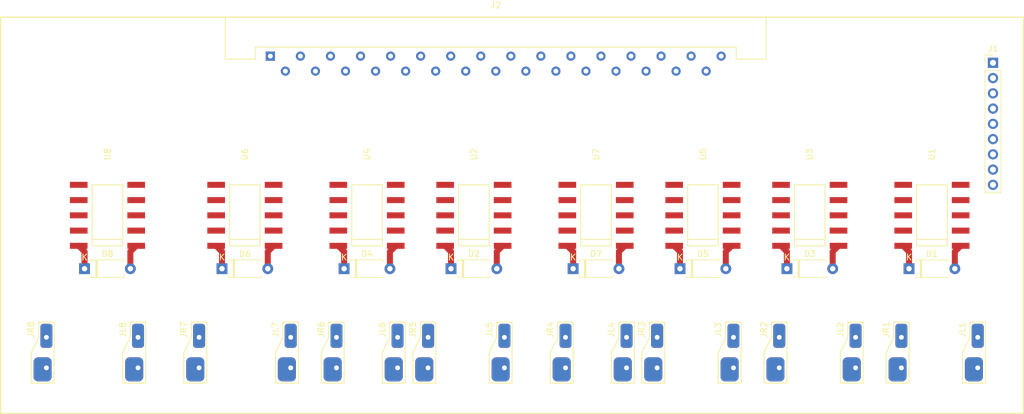
<source format=kicad_pcb>
(kicad_pcb (version 20171130) (host pcbnew 5.0.2-bee76a0~70~ubuntu16.04.1)

  (general
    (thickness 1.6)
    (drawings 4)
    (tracks 32)
    (zones 0)
    (modules 34)
    (nets 42)
  )

  (page A4)
  (layers
    (0 F.Cu signal)
    (31 B.Cu signal)
    (32 B.Adhes user)
    (33 F.Adhes user)
    (34 B.Paste user)
    (35 F.Paste user)
    (36 B.SilkS user)
    (37 F.SilkS user)
    (38 B.Mask user)
    (39 F.Mask user)
    (40 Dwgs.User user)
    (41 Cmts.User user)
    (42 Eco1.User user)
    (43 Eco2.User user)
    (44 Edge.Cuts user)
    (45 Margin user)
    (46 B.CrtYd user)
    (47 F.CrtYd user)
    (48 B.Fab user)
    (49 F.Fab user hide)
  )

  (setup
    (last_trace_width 1)
    (trace_clearance 1)
    (zone_clearance 0.508)
    (zone_45_only no)
    (trace_min 0.2)
    (segment_width 0.2)
    (edge_width 0.15)
    (via_size 0.8)
    (via_drill 0.4)
    (via_min_size 0.4)
    (via_min_drill 0.3)
    (uvia_size 0.3)
    (uvia_drill 0.1)
    (uvias_allowed no)
    (uvia_min_size 0.2)
    (uvia_min_drill 0.1)
    (pcb_text_width 0.3)
    (pcb_text_size 1.5 1.5)
    (mod_edge_width 0.15)
    (mod_text_size 1 1)
    (mod_text_width 0.15)
    (pad_size 1.524 1.524)
    (pad_drill 0.762)
    (pad_to_mask_clearance 0.051)
    (solder_mask_min_width 0.25)
    (aux_axis_origin 0 0)
    (visible_elements FFFFFF7F)
    (pcbplotparams
      (layerselection 0x010fc_ffffffff)
      (usegerberextensions false)
      (usegerberattributes false)
      (usegerberadvancedattributes false)
      (creategerberjobfile false)
      (excludeedgelayer true)
      (linewidth 0.100000)
      (plotframeref false)
      (viasonmask false)
      (mode 1)
      (useauxorigin false)
      (hpglpennumber 1)
      (hpglpenspeed 20)
      (hpglpendiameter 15.000000)
      (psnegative false)
      (psa4output false)
      (plotreference true)
      (plotvalue true)
      (plotinvisibletext false)
      (padsonsilk false)
      (subtractmaskfromsilk false)
      (outputformat 1)
      (mirror false)
      (drillshape 1)
      (scaleselection 1)
      (outputdirectory ""))
  )

  (net 0 "")
  (net 1 /relay/Relais1)
  (net 2 +9V)
  (net 3 /relay/Relais5)
  (net 4 /relay/Relais2)
  (net 5 /relay/Relais6)
  (net 6 /relay/Relais3)
  (net 7 /relay/Relais7)
  (net 8 /relay/Relais4)
  (net 9 /relay/Relais8)
  (net 10 GNDA)
  (net 11 /relay/R1A_NO)
  (net 12 /relay/R2B_NO)
  (net 13 /relay/R2A_NO)
  (net 14 /relay/R3B_NO)
  (net 15 /relay/R3A_NO)
  (net 16 /relay/R4B_NO)
  (net 17 /relay/R4A_NO)
  (net 18 /relay/R5B_NO)
  (net 19 /relay/R5A_NO)
  (net 20 /relay/R6B_NO)
  (net 21 /relay/R6A_NO)
  (net 22 /relay/R7B_NO)
  (net 23 /relay/R7A_NO)
  (net 24 /relay/R8B_NO)
  (net 25 /relay/R8A_NO)
  (net 26 "/output pads/1L")
  (net 27 "/output pads/2L")
  (net 28 "/output pads/3L")
  (net 29 "/output pads/4L")
  (net 30 "/output pads/5L")
  (net 31 "/output pads/6L")
  (net 32 "/output pads/7L")
  (net 33 "/output pads/8L")
  (net 34 "/output pads/1R")
  (net 35 "/output pads/2R")
  (net 36 "/output pads/3R")
  (net 37 "/output pads/4R")
  (net 38 "/output pads/5R")
  (net 39 "/output pads/6R")
  (net 40 "/output pads/7R")
  (net 41 "/output pads/8R")

  (net_class Default "This is the default net class."
    (clearance 1)
    (trace_width 1)
    (via_dia 0.8)
    (via_drill 0.4)
    (uvia_dia 0.3)
    (uvia_drill 0.1)
    (add_net +9V)
    (add_net "/output pads/1L")
    (add_net "/output pads/1R")
    (add_net "/output pads/2L")
    (add_net "/output pads/2R")
    (add_net "/output pads/3L")
    (add_net "/output pads/3R")
    (add_net "/output pads/4L")
    (add_net "/output pads/4R")
    (add_net "/output pads/5L")
    (add_net "/output pads/5R")
    (add_net "/output pads/6L")
    (add_net "/output pads/6R")
    (add_net "/output pads/7L")
    (add_net "/output pads/7R")
    (add_net "/output pads/8L")
    (add_net "/output pads/8R")
    (add_net /relay/R1A_NO)
    (add_net /relay/R2A_NO)
    (add_net /relay/R2B_NO)
    (add_net /relay/R3A_NO)
    (add_net /relay/R3B_NO)
    (add_net /relay/R4A_NO)
    (add_net /relay/R4B_NO)
    (add_net /relay/R5A_NO)
    (add_net /relay/R5B_NO)
    (add_net /relay/R6A_NO)
    (add_net /relay/R6B_NO)
    (add_net /relay/R7A_NO)
    (add_net /relay/R7B_NO)
    (add_net /relay/R8A_NO)
    (add_net /relay/R8B_NO)
    (add_net /relay/Relais1)
    (add_net /relay/Relais2)
    (add_net /relay/Relais3)
    (add_net /relay/Relais4)
    (add_net /relay/Relais5)
    (add_net /relay/Relais6)
    (add_net /relay/Relais7)
    (add_net /relay/Relais8)
    (add_net GNDA)
  )

  (module Diode_THT:D_A-405_P7.62mm_Horizontal (layer F.Cu) (tedit 5AE50CD5) (tstamp 5CE3D31C)
    (at 163.83 54.61)
    (descr "Diode, A-405 series, Axial, Horizontal, pin pitch=7.62mm, , length*diameter=5.2*2.7mm^2, , http://www.diodes.com/_files/packages/A-405.pdf")
    (tags "Diode A-405 series Axial Horizontal pin pitch 7.62mm  length 5.2mm diameter 2.7mm")
    (path /5CE3EA9A/5CD2E7CE)
    (fp_text reference D1 (at 3.81 -2.47) (layer F.SilkS)
      (effects (font (size 1 1) (thickness 0.15)))
    )
    (fp_text value D (at 3.81 2.47) (layer F.Fab)
      (effects (font (size 1 1) (thickness 0.15)))
    )
    (fp_text user K (at 0 -1.9) (layer F.SilkS)
      (effects (font (size 1 1) (thickness 0.15)))
    )
    (fp_text user K (at 0 -1.9) (layer F.Fab)
      (effects (font (size 1 1) (thickness 0.15)))
    )
    (fp_text user %R (at 4.2 0) (layer F.Fab)
      (effects (font (size 1 1) (thickness 0.15)))
    )
    (fp_line (start 8.77 -1.6) (end -1.15 -1.6) (layer F.CrtYd) (width 0.05))
    (fp_line (start 8.77 1.6) (end 8.77 -1.6) (layer F.CrtYd) (width 0.05))
    (fp_line (start -1.15 1.6) (end 8.77 1.6) (layer F.CrtYd) (width 0.05))
    (fp_line (start -1.15 -1.6) (end -1.15 1.6) (layer F.CrtYd) (width 0.05))
    (fp_line (start 1.87 -1.47) (end 1.87 1.47) (layer F.SilkS) (width 0.12))
    (fp_line (start 2.11 -1.47) (end 2.11 1.47) (layer F.SilkS) (width 0.12))
    (fp_line (start 1.99 -1.47) (end 1.99 1.47) (layer F.SilkS) (width 0.12))
    (fp_line (start 6.53 1.47) (end 6.53 1.14) (layer F.SilkS) (width 0.12))
    (fp_line (start 1.09 1.47) (end 6.53 1.47) (layer F.SilkS) (width 0.12))
    (fp_line (start 1.09 1.14) (end 1.09 1.47) (layer F.SilkS) (width 0.12))
    (fp_line (start 6.53 -1.47) (end 6.53 -1.14) (layer F.SilkS) (width 0.12))
    (fp_line (start 1.09 -1.47) (end 6.53 -1.47) (layer F.SilkS) (width 0.12))
    (fp_line (start 1.09 -1.14) (end 1.09 -1.47) (layer F.SilkS) (width 0.12))
    (fp_line (start 1.89 -1.35) (end 1.89 1.35) (layer F.Fab) (width 0.1))
    (fp_line (start 2.09 -1.35) (end 2.09 1.35) (layer F.Fab) (width 0.1))
    (fp_line (start 1.99 -1.35) (end 1.99 1.35) (layer F.Fab) (width 0.1))
    (fp_line (start 7.62 0) (end 6.41 0) (layer F.Fab) (width 0.1))
    (fp_line (start 0 0) (end 1.21 0) (layer F.Fab) (width 0.1))
    (fp_line (start 6.41 -1.35) (end 1.21 -1.35) (layer F.Fab) (width 0.1))
    (fp_line (start 6.41 1.35) (end 6.41 -1.35) (layer F.Fab) (width 0.1))
    (fp_line (start 1.21 1.35) (end 6.41 1.35) (layer F.Fab) (width 0.1))
    (fp_line (start 1.21 -1.35) (end 1.21 1.35) (layer F.Fab) (width 0.1))
    (pad 2 thru_hole oval (at 7.62 0) (size 1.8 1.8) (drill 0.9) (layers *.Cu *.Mask)
      (net 1 /relay/Relais1))
    (pad 1 thru_hole rect (at 0 0) (size 1.8 1.8) (drill 0.9) (layers *.Cu *.Mask)
      (net 2 +9V))
    (model ${KISYS3DMOD}/Diode_THT.3dshapes/D_A-405_P7.62mm_Horizontal.wrl
      (at (xyz 0 0 0))
      (scale (xyz 1 1 1))
      (rotate (xyz 0 0 0))
    )
  )

  (module Diode_THT:D_A-405_P7.62mm_Horizontal (layer F.Cu) (tedit 5AE50CD5) (tstamp 5CE3D33B)
    (at 87.63 54.61)
    (descr "Diode, A-405 series, Axial, Horizontal, pin pitch=7.62mm, , length*diameter=5.2*2.7mm^2, , http://www.diodes.com/_files/packages/A-405.pdf")
    (tags "Diode A-405 series Axial Horizontal pin pitch 7.62mm  length 5.2mm diameter 2.7mm")
    (path /5CE3EA9A/5CD2FCE5)
    (fp_text reference D2 (at 3.81 -2.47) (layer F.SilkS)
      (effects (font (size 1 1) (thickness 0.15)))
    )
    (fp_text value D (at 3.81 2.47) (layer F.Fab)
      (effects (font (size 1 1) (thickness 0.15)))
    )
    (fp_line (start 1.21 -1.35) (end 1.21 1.35) (layer F.Fab) (width 0.1))
    (fp_line (start 1.21 1.35) (end 6.41 1.35) (layer F.Fab) (width 0.1))
    (fp_line (start 6.41 1.35) (end 6.41 -1.35) (layer F.Fab) (width 0.1))
    (fp_line (start 6.41 -1.35) (end 1.21 -1.35) (layer F.Fab) (width 0.1))
    (fp_line (start 0 0) (end 1.21 0) (layer F.Fab) (width 0.1))
    (fp_line (start 7.62 0) (end 6.41 0) (layer F.Fab) (width 0.1))
    (fp_line (start 1.99 -1.35) (end 1.99 1.35) (layer F.Fab) (width 0.1))
    (fp_line (start 2.09 -1.35) (end 2.09 1.35) (layer F.Fab) (width 0.1))
    (fp_line (start 1.89 -1.35) (end 1.89 1.35) (layer F.Fab) (width 0.1))
    (fp_line (start 1.09 -1.14) (end 1.09 -1.47) (layer F.SilkS) (width 0.12))
    (fp_line (start 1.09 -1.47) (end 6.53 -1.47) (layer F.SilkS) (width 0.12))
    (fp_line (start 6.53 -1.47) (end 6.53 -1.14) (layer F.SilkS) (width 0.12))
    (fp_line (start 1.09 1.14) (end 1.09 1.47) (layer F.SilkS) (width 0.12))
    (fp_line (start 1.09 1.47) (end 6.53 1.47) (layer F.SilkS) (width 0.12))
    (fp_line (start 6.53 1.47) (end 6.53 1.14) (layer F.SilkS) (width 0.12))
    (fp_line (start 1.99 -1.47) (end 1.99 1.47) (layer F.SilkS) (width 0.12))
    (fp_line (start 2.11 -1.47) (end 2.11 1.47) (layer F.SilkS) (width 0.12))
    (fp_line (start 1.87 -1.47) (end 1.87 1.47) (layer F.SilkS) (width 0.12))
    (fp_line (start -1.15 -1.6) (end -1.15 1.6) (layer F.CrtYd) (width 0.05))
    (fp_line (start -1.15 1.6) (end 8.77 1.6) (layer F.CrtYd) (width 0.05))
    (fp_line (start 8.77 1.6) (end 8.77 -1.6) (layer F.CrtYd) (width 0.05))
    (fp_line (start 8.77 -1.6) (end -1.15 -1.6) (layer F.CrtYd) (width 0.05))
    (fp_text user %R (at 4.2 0) (layer F.Fab)
      (effects (font (size 1 1) (thickness 0.15)))
    )
    (fp_text user K (at 0 -1.9) (layer F.Fab)
      (effects (font (size 1 1) (thickness 0.15)))
    )
    (fp_text user K (at 0 -1.9) (layer F.SilkS)
      (effects (font (size 1 1) (thickness 0.15)))
    )
    (pad 1 thru_hole rect (at 0 0) (size 1.8 1.8) (drill 0.9) (layers *.Cu *.Mask)
      (net 2 +9V))
    (pad 2 thru_hole oval (at 7.62 0) (size 1.8 1.8) (drill 0.9) (layers *.Cu *.Mask)
      (net 3 /relay/Relais5))
    (model ${KISYS3DMOD}/Diode_THT.3dshapes/D_A-405_P7.62mm_Horizontal.wrl
      (at (xyz 0 0 0))
      (scale (xyz 1 1 1))
      (rotate (xyz 0 0 0))
    )
  )

  (module Diode_THT:D_A-405_P7.62mm_Horizontal (layer F.Cu) (tedit 5AE50CD5) (tstamp 5CE3D35A)
    (at 143.51 54.61)
    (descr "Diode, A-405 series, Axial, Horizontal, pin pitch=7.62mm, , length*diameter=5.2*2.7mm^2, , http://www.diodes.com/_files/packages/A-405.pdf")
    (tags "Diode A-405 series Axial Horizontal pin pitch 7.62mm  length 5.2mm diameter 2.7mm")
    (path /5CE3EA9A/5CD3037D)
    (fp_text reference D3 (at 3.81 -2.47) (layer F.SilkS)
      (effects (font (size 1 1) (thickness 0.15)))
    )
    (fp_text value D (at 3.81 2.47) (layer F.Fab)
      (effects (font (size 1 1) (thickness 0.15)))
    )
    (fp_text user K (at 0 -1.9) (layer F.SilkS)
      (effects (font (size 1 1) (thickness 0.15)))
    )
    (fp_text user K (at 0 -1.9) (layer F.Fab)
      (effects (font (size 1 1) (thickness 0.15)))
    )
    (fp_text user %R (at 4.2 0) (layer F.Fab)
      (effects (font (size 1 1) (thickness 0.15)))
    )
    (fp_line (start 8.77 -1.6) (end -1.15 -1.6) (layer F.CrtYd) (width 0.05))
    (fp_line (start 8.77 1.6) (end 8.77 -1.6) (layer F.CrtYd) (width 0.05))
    (fp_line (start -1.15 1.6) (end 8.77 1.6) (layer F.CrtYd) (width 0.05))
    (fp_line (start -1.15 -1.6) (end -1.15 1.6) (layer F.CrtYd) (width 0.05))
    (fp_line (start 1.87 -1.47) (end 1.87 1.47) (layer F.SilkS) (width 0.12))
    (fp_line (start 2.11 -1.47) (end 2.11 1.47) (layer F.SilkS) (width 0.12))
    (fp_line (start 1.99 -1.47) (end 1.99 1.47) (layer F.SilkS) (width 0.12))
    (fp_line (start 6.53 1.47) (end 6.53 1.14) (layer F.SilkS) (width 0.12))
    (fp_line (start 1.09 1.47) (end 6.53 1.47) (layer F.SilkS) (width 0.12))
    (fp_line (start 1.09 1.14) (end 1.09 1.47) (layer F.SilkS) (width 0.12))
    (fp_line (start 6.53 -1.47) (end 6.53 -1.14) (layer F.SilkS) (width 0.12))
    (fp_line (start 1.09 -1.47) (end 6.53 -1.47) (layer F.SilkS) (width 0.12))
    (fp_line (start 1.09 -1.14) (end 1.09 -1.47) (layer F.SilkS) (width 0.12))
    (fp_line (start 1.89 -1.35) (end 1.89 1.35) (layer F.Fab) (width 0.1))
    (fp_line (start 2.09 -1.35) (end 2.09 1.35) (layer F.Fab) (width 0.1))
    (fp_line (start 1.99 -1.35) (end 1.99 1.35) (layer F.Fab) (width 0.1))
    (fp_line (start 7.62 0) (end 6.41 0) (layer F.Fab) (width 0.1))
    (fp_line (start 0 0) (end 1.21 0) (layer F.Fab) (width 0.1))
    (fp_line (start 6.41 -1.35) (end 1.21 -1.35) (layer F.Fab) (width 0.1))
    (fp_line (start 6.41 1.35) (end 6.41 -1.35) (layer F.Fab) (width 0.1))
    (fp_line (start 1.21 1.35) (end 6.41 1.35) (layer F.Fab) (width 0.1))
    (fp_line (start 1.21 -1.35) (end 1.21 1.35) (layer F.Fab) (width 0.1))
    (pad 2 thru_hole oval (at 7.62 0) (size 1.8 1.8) (drill 0.9) (layers *.Cu *.Mask)
      (net 4 /relay/Relais2))
    (pad 1 thru_hole rect (at 0 0) (size 1.8 1.8) (drill 0.9) (layers *.Cu *.Mask)
      (net 2 +9V))
    (model ${KISYS3DMOD}/Diode_THT.3dshapes/D_A-405_P7.62mm_Horizontal.wrl
      (at (xyz 0 0 0))
      (scale (xyz 1 1 1))
      (rotate (xyz 0 0 0))
    )
  )

  (module Diode_THT:D_A-405_P7.62mm_Horizontal (layer F.Cu) (tedit 5AE50CD5) (tstamp 5CE3D379)
    (at 69.85 54.61)
    (descr "Diode, A-405 series, Axial, Horizontal, pin pitch=7.62mm, , length*diameter=5.2*2.7mm^2, , http://www.diodes.com/_files/packages/A-405.pdf")
    (tags "Diode A-405 series Axial Horizontal pin pitch 7.62mm  length 5.2mm diameter 2.7mm")
    (path /5CE3EA9A/5CD303A6)
    (fp_text reference D4 (at 3.81 -2.47) (layer F.SilkS)
      (effects (font (size 1 1) (thickness 0.15)))
    )
    (fp_text value D (at 3.81 2.47) (layer F.Fab)
      (effects (font (size 1 1) (thickness 0.15)))
    )
    (fp_line (start 1.21 -1.35) (end 1.21 1.35) (layer F.Fab) (width 0.1))
    (fp_line (start 1.21 1.35) (end 6.41 1.35) (layer F.Fab) (width 0.1))
    (fp_line (start 6.41 1.35) (end 6.41 -1.35) (layer F.Fab) (width 0.1))
    (fp_line (start 6.41 -1.35) (end 1.21 -1.35) (layer F.Fab) (width 0.1))
    (fp_line (start 0 0) (end 1.21 0) (layer F.Fab) (width 0.1))
    (fp_line (start 7.62 0) (end 6.41 0) (layer F.Fab) (width 0.1))
    (fp_line (start 1.99 -1.35) (end 1.99 1.35) (layer F.Fab) (width 0.1))
    (fp_line (start 2.09 -1.35) (end 2.09 1.35) (layer F.Fab) (width 0.1))
    (fp_line (start 1.89 -1.35) (end 1.89 1.35) (layer F.Fab) (width 0.1))
    (fp_line (start 1.09 -1.14) (end 1.09 -1.47) (layer F.SilkS) (width 0.12))
    (fp_line (start 1.09 -1.47) (end 6.53 -1.47) (layer F.SilkS) (width 0.12))
    (fp_line (start 6.53 -1.47) (end 6.53 -1.14) (layer F.SilkS) (width 0.12))
    (fp_line (start 1.09 1.14) (end 1.09 1.47) (layer F.SilkS) (width 0.12))
    (fp_line (start 1.09 1.47) (end 6.53 1.47) (layer F.SilkS) (width 0.12))
    (fp_line (start 6.53 1.47) (end 6.53 1.14) (layer F.SilkS) (width 0.12))
    (fp_line (start 1.99 -1.47) (end 1.99 1.47) (layer F.SilkS) (width 0.12))
    (fp_line (start 2.11 -1.47) (end 2.11 1.47) (layer F.SilkS) (width 0.12))
    (fp_line (start 1.87 -1.47) (end 1.87 1.47) (layer F.SilkS) (width 0.12))
    (fp_line (start -1.15 -1.6) (end -1.15 1.6) (layer F.CrtYd) (width 0.05))
    (fp_line (start -1.15 1.6) (end 8.77 1.6) (layer F.CrtYd) (width 0.05))
    (fp_line (start 8.77 1.6) (end 8.77 -1.6) (layer F.CrtYd) (width 0.05))
    (fp_line (start 8.77 -1.6) (end -1.15 -1.6) (layer F.CrtYd) (width 0.05))
    (fp_text user %R (at 4.2 0) (layer F.Fab)
      (effects (font (size 1 1) (thickness 0.15)))
    )
    (fp_text user K (at 0 -1.9) (layer F.Fab)
      (effects (font (size 1 1) (thickness 0.15)))
    )
    (fp_text user K (at 0 -1.9) (layer F.SilkS)
      (effects (font (size 1 1) (thickness 0.15)))
    )
    (pad 1 thru_hole rect (at 0 0) (size 1.8 1.8) (drill 0.9) (layers *.Cu *.Mask)
      (net 2 +9V))
    (pad 2 thru_hole oval (at 7.62 0) (size 1.8 1.8) (drill 0.9) (layers *.Cu *.Mask)
      (net 5 /relay/Relais6))
    (model ${KISYS3DMOD}/Diode_THT.3dshapes/D_A-405_P7.62mm_Horizontal.wrl
      (at (xyz 0 0 0))
      (scale (xyz 1 1 1))
      (rotate (xyz 0 0 0))
    )
  )

  (module Diode_THT:D_A-405_P7.62mm_Horizontal (layer F.Cu) (tedit 5AE50CD5) (tstamp 5CE3D398)
    (at 125.73 54.61)
    (descr "Diode, A-405 series, Axial, Horizontal, pin pitch=7.62mm, , length*diameter=5.2*2.7mm^2, , http://www.diodes.com/_files/packages/A-405.pdf")
    (tags "Diode A-405 series Axial Horizontal pin pitch 7.62mm  length 5.2mm diameter 2.7mm")
    (path /5CE3EA9A/5CD316ED)
    (fp_text reference D5 (at 3.81 -2.47) (layer F.SilkS)
      (effects (font (size 1 1) (thickness 0.15)))
    )
    (fp_text value D (at 3.81 2.47) (layer F.Fab)
      (effects (font (size 1 1) (thickness 0.15)))
    )
    (fp_text user K (at 0 -1.9) (layer F.SilkS)
      (effects (font (size 1 1) (thickness 0.15)))
    )
    (fp_text user K (at 0 -1.9) (layer F.Fab)
      (effects (font (size 1 1) (thickness 0.15)))
    )
    (fp_text user %R (at 4.2 0) (layer F.Fab)
      (effects (font (size 1 1) (thickness 0.15)))
    )
    (fp_line (start 8.77 -1.6) (end -1.15 -1.6) (layer F.CrtYd) (width 0.05))
    (fp_line (start 8.77 1.6) (end 8.77 -1.6) (layer F.CrtYd) (width 0.05))
    (fp_line (start -1.15 1.6) (end 8.77 1.6) (layer F.CrtYd) (width 0.05))
    (fp_line (start -1.15 -1.6) (end -1.15 1.6) (layer F.CrtYd) (width 0.05))
    (fp_line (start 1.87 -1.47) (end 1.87 1.47) (layer F.SilkS) (width 0.12))
    (fp_line (start 2.11 -1.47) (end 2.11 1.47) (layer F.SilkS) (width 0.12))
    (fp_line (start 1.99 -1.47) (end 1.99 1.47) (layer F.SilkS) (width 0.12))
    (fp_line (start 6.53 1.47) (end 6.53 1.14) (layer F.SilkS) (width 0.12))
    (fp_line (start 1.09 1.47) (end 6.53 1.47) (layer F.SilkS) (width 0.12))
    (fp_line (start 1.09 1.14) (end 1.09 1.47) (layer F.SilkS) (width 0.12))
    (fp_line (start 6.53 -1.47) (end 6.53 -1.14) (layer F.SilkS) (width 0.12))
    (fp_line (start 1.09 -1.47) (end 6.53 -1.47) (layer F.SilkS) (width 0.12))
    (fp_line (start 1.09 -1.14) (end 1.09 -1.47) (layer F.SilkS) (width 0.12))
    (fp_line (start 1.89 -1.35) (end 1.89 1.35) (layer F.Fab) (width 0.1))
    (fp_line (start 2.09 -1.35) (end 2.09 1.35) (layer F.Fab) (width 0.1))
    (fp_line (start 1.99 -1.35) (end 1.99 1.35) (layer F.Fab) (width 0.1))
    (fp_line (start 7.62 0) (end 6.41 0) (layer F.Fab) (width 0.1))
    (fp_line (start 0 0) (end 1.21 0) (layer F.Fab) (width 0.1))
    (fp_line (start 6.41 -1.35) (end 1.21 -1.35) (layer F.Fab) (width 0.1))
    (fp_line (start 6.41 1.35) (end 6.41 -1.35) (layer F.Fab) (width 0.1))
    (fp_line (start 1.21 1.35) (end 6.41 1.35) (layer F.Fab) (width 0.1))
    (fp_line (start 1.21 -1.35) (end 1.21 1.35) (layer F.Fab) (width 0.1))
    (pad 2 thru_hole oval (at 7.62 0) (size 1.8 1.8) (drill 0.9) (layers *.Cu *.Mask)
      (net 6 /relay/Relais3))
    (pad 1 thru_hole rect (at 0 0) (size 1.8 1.8) (drill 0.9) (layers *.Cu *.Mask)
      (net 2 +9V))
    (model ${KISYS3DMOD}/Diode_THT.3dshapes/D_A-405_P7.62mm_Horizontal.wrl
      (at (xyz 0 0 0))
      (scale (xyz 1 1 1))
      (rotate (xyz 0 0 0))
    )
  )

  (module Diode_THT:D_A-405_P7.62mm_Horizontal (layer F.Cu) (tedit 5AE50CD5) (tstamp 5CE3D3B7)
    (at 49.53 54.61)
    (descr "Diode, A-405 series, Axial, Horizontal, pin pitch=7.62mm, , length*diameter=5.2*2.7mm^2, , http://www.diodes.com/_files/packages/A-405.pdf")
    (tags "Diode A-405 series Axial Horizontal pin pitch 7.62mm  length 5.2mm diameter 2.7mm")
    (path /5CE3EA9A/5CD31716)
    (fp_text reference D6 (at 3.81 -2.47) (layer F.SilkS)
      (effects (font (size 1 1) (thickness 0.15)))
    )
    (fp_text value D (at 3.81 2.47) (layer F.Fab)
      (effects (font (size 1 1) (thickness 0.15)))
    )
    (fp_line (start 1.21 -1.35) (end 1.21 1.35) (layer F.Fab) (width 0.1))
    (fp_line (start 1.21 1.35) (end 6.41 1.35) (layer F.Fab) (width 0.1))
    (fp_line (start 6.41 1.35) (end 6.41 -1.35) (layer F.Fab) (width 0.1))
    (fp_line (start 6.41 -1.35) (end 1.21 -1.35) (layer F.Fab) (width 0.1))
    (fp_line (start 0 0) (end 1.21 0) (layer F.Fab) (width 0.1))
    (fp_line (start 7.62 0) (end 6.41 0) (layer F.Fab) (width 0.1))
    (fp_line (start 1.99 -1.35) (end 1.99 1.35) (layer F.Fab) (width 0.1))
    (fp_line (start 2.09 -1.35) (end 2.09 1.35) (layer F.Fab) (width 0.1))
    (fp_line (start 1.89 -1.35) (end 1.89 1.35) (layer F.Fab) (width 0.1))
    (fp_line (start 1.09 -1.14) (end 1.09 -1.47) (layer F.SilkS) (width 0.12))
    (fp_line (start 1.09 -1.47) (end 6.53 -1.47) (layer F.SilkS) (width 0.12))
    (fp_line (start 6.53 -1.47) (end 6.53 -1.14) (layer F.SilkS) (width 0.12))
    (fp_line (start 1.09 1.14) (end 1.09 1.47) (layer F.SilkS) (width 0.12))
    (fp_line (start 1.09 1.47) (end 6.53 1.47) (layer F.SilkS) (width 0.12))
    (fp_line (start 6.53 1.47) (end 6.53 1.14) (layer F.SilkS) (width 0.12))
    (fp_line (start 1.99 -1.47) (end 1.99 1.47) (layer F.SilkS) (width 0.12))
    (fp_line (start 2.11 -1.47) (end 2.11 1.47) (layer F.SilkS) (width 0.12))
    (fp_line (start 1.87 -1.47) (end 1.87 1.47) (layer F.SilkS) (width 0.12))
    (fp_line (start -1.15 -1.6) (end -1.15 1.6) (layer F.CrtYd) (width 0.05))
    (fp_line (start -1.15 1.6) (end 8.77 1.6) (layer F.CrtYd) (width 0.05))
    (fp_line (start 8.77 1.6) (end 8.77 -1.6) (layer F.CrtYd) (width 0.05))
    (fp_line (start 8.77 -1.6) (end -1.15 -1.6) (layer F.CrtYd) (width 0.05))
    (fp_text user %R (at 4.2 0) (layer F.Fab)
      (effects (font (size 1 1) (thickness 0.15)))
    )
    (fp_text user K (at 0 -1.9) (layer F.Fab)
      (effects (font (size 1 1) (thickness 0.15)))
    )
    (fp_text user K (at 0 -1.9) (layer F.SilkS)
      (effects (font (size 1 1) (thickness 0.15)))
    )
    (pad 1 thru_hole rect (at 0 0) (size 1.8 1.8) (drill 0.9) (layers *.Cu *.Mask)
      (net 2 +9V))
    (pad 2 thru_hole oval (at 7.62 0) (size 1.8 1.8) (drill 0.9) (layers *.Cu *.Mask)
      (net 7 /relay/Relais7))
    (model ${KISYS3DMOD}/Diode_THT.3dshapes/D_A-405_P7.62mm_Horizontal.wrl
      (at (xyz 0 0 0))
      (scale (xyz 1 1 1))
      (rotate (xyz 0 0 0))
    )
  )

  (module Diode_THT:D_A-405_P7.62mm_Horizontal (layer F.Cu) (tedit 5AE50CD5) (tstamp 5CE3D3D6)
    (at 107.95 54.61)
    (descr "Diode, A-405 series, Axial, Horizontal, pin pitch=7.62mm, , length*diameter=5.2*2.7mm^2, , http://www.diodes.com/_files/packages/A-405.pdf")
    (tags "Diode A-405 series Axial Horizontal pin pitch 7.62mm  length 5.2mm diameter 2.7mm")
    (path /5CE3EA9A/5CD3173F)
    (fp_text reference D7 (at 3.81 -2.47) (layer F.SilkS)
      (effects (font (size 1 1) (thickness 0.15)))
    )
    (fp_text value D (at 3.81 2.47) (layer F.Fab)
      (effects (font (size 1 1) (thickness 0.15)))
    )
    (fp_text user K (at 0 -1.9) (layer F.SilkS)
      (effects (font (size 1 1) (thickness 0.15)))
    )
    (fp_text user K (at 0 -1.9) (layer F.Fab)
      (effects (font (size 1 1) (thickness 0.15)))
    )
    (fp_text user %R (at 4.2 0) (layer F.Fab)
      (effects (font (size 1 1) (thickness 0.15)))
    )
    (fp_line (start 8.77 -1.6) (end -1.15 -1.6) (layer F.CrtYd) (width 0.05))
    (fp_line (start 8.77 1.6) (end 8.77 -1.6) (layer F.CrtYd) (width 0.05))
    (fp_line (start -1.15 1.6) (end 8.77 1.6) (layer F.CrtYd) (width 0.05))
    (fp_line (start -1.15 -1.6) (end -1.15 1.6) (layer F.CrtYd) (width 0.05))
    (fp_line (start 1.87 -1.47) (end 1.87 1.47) (layer F.SilkS) (width 0.12))
    (fp_line (start 2.11 -1.47) (end 2.11 1.47) (layer F.SilkS) (width 0.12))
    (fp_line (start 1.99 -1.47) (end 1.99 1.47) (layer F.SilkS) (width 0.12))
    (fp_line (start 6.53 1.47) (end 6.53 1.14) (layer F.SilkS) (width 0.12))
    (fp_line (start 1.09 1.47) (end 6.53 1.47) (layer F.SilkS) (width 0.12))
    (fp_line (start 1.09 1.14) (end 1.09 1.47) (layer F.SilkS) (width 0.12))
    (fp_line (start 6.53 -1.47) (end 6.53 -1.14) (layer F.SilkS) (width 0.12))
    (fp_line (start 1.09 -1.47) (end 6.53 -1.47) (layer F.SilkS) (width 0.12))
    (fp_line (start 1.09 -1.14) (end 1.09 -1.47) (layer F.SilkS) (width 0.12))
    (fp_line (start 1.89 -1.35) (end 1.89 1.35) (layer F.Fab) (width 0.1))
    (fp_line (start 2.09 -1.35) (end 2.09 1.35) (layer F.Fab) (width 0.1))
    (fp_line (start 1.99 -1.35) (end 1.99 1.35) (layer F.Fab) (width 0.1))
    (fp_line (start 7.62 0) (end 6.41 0) (layer F.Fab) (width 0.1))
    (fp_line (start 0 0) (end 1.21 0) (layer F.Fab) (width 0.1))
    (fp_line (start 6.41 -1.35) (end 1.21 -1.35) (layer F.Fab) (width 0.1))
    (fp_line (start 6.41 1.35) (end 6.41 -1.35) (layer F.Fab) (width 0.1))
    (fp_line (start 1.21 1.35) (end 6.41 1.35) (layer F.Fab) (width 0.1))
    (fp_line (start 1.21 -1.35) (end 1.21 1.35) (layer F.Fab) (width 0.1))
    (pad 2 thru_hole oval (at 7.62 0) (size 1.8 1.8) (drill 0.9) (layers *.Cu *.Mask)
      (net 8 /relay/Relais4))
    (pad 1 thru_hole rect (at 0 0) (size 1.8 1.8) (drill 0.9) (layers *.Cu *.Mask)
      (net 2 +9V))
    (model ${KISYS3DMOD}/Diode_THT.3dshapes/D_A-405_P7.62mm_Horizontal.wrl
      (at (xyz 0 0 0))
      (scale (xyz 1 1 1))
      (rotate (xyz 0 0 0))
    )
  )

  (module Diode_THT:D_A-405_P7.62mm_Horizontal (layer F.Cu) (tedit 5AE50CD5) (tstamp 5CE3D3F5)
    (at 26.67 54.61)
    (descr "Diode, A-405 series, Axial, Horizontal, pin pitch=7.62mm, , length*diameter=5.2*2.7mm^2, , http://www.diodes.com/_files/packages/A-405.pdf")
    (tags "Diode A-405 series Axial Horizontal pin pitch 7.62mm  length 5.2mm diameter 2.7mm")
    (path /5CE3EA9A/5CD31768)
    (fp_text reference D8 (at 3.81 -2.47) (layer F.SilkS)
      (effects (font (size 1 1) (thickness 0.15)))
    )
    (fp_text value D (at 3.81 2.47) (layer F.Fab)
      (effects (font (size 1 1) (thickness 0.15)))
    )
    (fp_line (start 1.21 -1.35) (end 1.21 1.35) (layer F.Fab) (width 0.1))
    (fp_line (start 1.21 1.35) (end 6.41 1.35) (layer F.Fab) (width 0.1))
    (fp_line (start 6.41 1.35) (end 6.41 -1.35) (layer F.Fab) (width 0.1))
    (fp_line (start 6.41 -1.35) (end 1.21 -1.35) (layer F.Fab) (width 0.1))
    (fp_line (start 0 0) (end 1.21 0) (layer F.Fab) (width 0.1))
    (fp_line (start 7.62 0) (end 6.41 0) (layer F.Fab) (width 0.1))
    (fp_line (start 1.99 -1.35) (end 1.99 1.35) (layer F.Fab) (width 0.1))
    (fp_line (start 2.09 -1.35) (end 2.09 1.35) (layer F.Fab) (width 0.1))
    (fp_line (start 1.89 -1.35) (end 1.89 1.35) (layer F.Fab) (width 0.1))
    (fp_line (start 1.09 -1.14) (end 1.09 -1.47) (layer F.SilkS) (width 0.12))
    (fp_line (start 1.09 -1.47) (end 6.53 -1.47) (layer F.SilkS) (width 0.12))
    (fp_line (start 6.53 -1.47) (end 6.53 -1.14) (layer F.SilkS) (width 0.12))
    (fp_line (start 1.09 1.14) (end 1.09 1.47) (layer F.SilkS) (width 0.12))
    (fp_line (start 1.09 1.47) (end 6.53 1.47) (layer F.SilkS) (width 0.12))
    (fp_line (start 6.53 1.47) (end 6.53 1.14) (layer F.SilkS) (width 0.12))
    (fp_line (start 1.99 -1.47) (end 1.99 1.47) (layer F.SilkS) (width 0.12))
    (fp_line (start 2.11 -1.47) (end 2.11 1.47) (layer F.SilkS) (width 0.12))
    (fp_line (start 1.87 -1.47) (end 1.87 1.47) (layer F.SilkS) (width 0.12))
    (fp_line (start -1.15 -1.6) (end -1.15 1.6) (layer F.CrtYd) (width 0.05))
    (fp_line (start -1.15 1.6) (end 8.77 1.6) (layer F.CrtYd) (width 0.05))
    (fp_line (start 8.77 1.6) (end 8.77 -1.6) (layer F.CrtYd) (width 0.05))
    (fp_line (start 8.77 -1.6) (end -1.15 -1.6) (layer F.CrtYd) (width 0.05))
    (fp_text user %R (at 4.2 0) (layer F.Fab)
      (effects (font (size 1 1) (thickness 0.15)))
    )
    (fp_text user K (at 0 -1.9) (layer F.Fab)
      (effects (font (size 1 1) (thickness 0.15)))
    )
    (fp_text user K (at 0 -1.9) (layer F.SilkS)
      (effects (font (size 1 1) (thickness 0.15)))
    )
    (pad 1 thru_hole rect (at 0 0) (size 1.8 1.8) (drill 0.9) (layers *.Cu *.Mask)
      (net 2 +9V))
    (pad 2 thru_hole oval (at 7.62 0) (size 1.8 1.8) (drill 0.9) (layers *.Cu *.Mask)
      (net 9 /relay/Relais8))
    (model ${KISYS3DMOD}/Diode_THT.3dshapes/D_A-405_P7.62mm_Horizontal.wrl
      (at (xyz 0 0 0))
      (scale (xyz 1 1 1))
      (rotate (xyz 0 0 0))
    )
  )

  (module Connector_PinHeader_2.54mm:PinHeader_1x09_P2.54mm_Vertical (layer F.Cu) (tedit 59FED5CC) (tstamp 5CE3D412)
    (at 177.8 20.32)
    (descr "Through hole straight pin header, 1x09, 2.54mm pitch, single row")
    (tags "Through hole pin header THT 1x09 2.54mm single row")
    (path /5CE3C8DC)
    (fp_text reference J1 (at 0 -2.33) (layer F.SilkS)
      (effects (font (size 1 1) (thickness 0.15)))
    )
    (fp_text value Conn_01x09 (at 0 22.65) (layer F.Fab)
      (effects (font (size 1 1) (thickness 0.15)))
    )
    (fp_line (start -0.635 -1.27) (end 1.27 -1.27) (layer F.Fab) (width 0.1))
    (fp_line (start 1.27 -1.27) (end 1.27 21.59) (layer F.Fab) (width 0.1))
    (fp_line (start 1.27 21.59) (end -1.27 21.59) (layer F.Fab) (width 0.1))
    (fp_line (start -1.27 21.59) (end -1.27 -0.635) (layer F.Fab) (width 0.1))
    (fp_line (start -1.27 -0.635) (end -0.635 -1.27) (layer F.Fab) (width 0.1))
    (fp_line (start -1.33 21.65) (end 1.33 21.65) (layer F.SilkS) (width 0.12))
    (fp_line (start -1.33 1.27) (end -1.33 21.65) (layer F.SilkS) (width 0.12))
    (fp_line (start 1.33 1.27) (end 1.33 21.65) (layer F.SilkS) (width 0.12))
    (fp_line (start -1.33 1.27) (end 1.33 1.27) (layer F.SilkS) (width 0.12))
    (fp_line (start -1.33 0) (end -1.33 -1.33) (layer F.SilkS) (width 0.12))
    (fp_line (start -1.33 -1.33) (end 0 -1.33) (layer F.SilkS) (width 0.12))
    (fp_line (start -1.8 -1.8) (end -1.8 22.1) (layer F.CrtYd) (width 0.05))
    (fp_line (start -1.8 22.1) (end 1.8 22.1) (layer F.CrtYd) (width 0.05))
    (fp_line (start 1.8 22.1) (end 1.8 -1.8) (layer F.CrtYd) (width 0.05))
    (fp_line (start 1.8 -1.8) (end -1.8 -1.8) (layer F.CrtYd) (width 0.05))
    (fp_text user %R (at 0 10.16 90) (layer F.Fab)
      (effects (font (size 1 1) (thickness 0.15)))
    )
    (pad 1 thru_hole rect (at 0 0) (size 1.7 1.7) (drill 1) (layers *.Cu *.Mask)
      (net 9 /relay/Relais8))
    (pad 2 thru_hole oval (at 0 2.54) (size 1.7 1.7) (drill 1) (layers *.Cu *.Mask)
      (net 7 /relay/Relais7))
    (pad 3 thru_hole oval (at 0 5.08) (size 1.7 1.7) (drill 1) (layers *.Cu *.Mask)
      (net 5 /relay/Relais6))
    (pad 4 thru_hole oval (at 0 7.62) (size 1.7 1.7) (drill 1) (layers *.Cu *.Mask)
      (net 3 /relay/Relais5))
    (pad 5 thru_hole oval (at 0 10.16) (size 1.7 1.7) (drill 1) (layers *.Cu *.Mask)
      (net 8 /relay/Relais4))
    (pad 6 thru_hole oval (at 0 12.7) (size 1.7 1.7) (drill 1) (layers *.Cu *.Mask)
      (net 6 /relay/Relais3))
    (pad 7 thru_hole oval (at 0 15.24) (size 1.7 1.7) (drill 1) (layers *.Cu *.Mask)
      (net 4 /relay/Relais2))
    (pad 8 thru_hole oval (at 0 17.78) (size 1.7 1.7) (drill 1) (layers *.Cu *.Mask)
      (net 1 /relay/Relais1))
    (pad 9 thru_hole oval (at 0 20.32) (size 1.7 1.7) (drill 1) (layers *.Cu *.Mask)
      (net 2 +9V))
    (model ${KISYS3DMOD}/Connector_PinHeader_2.54mm.3dshapes/PinHeader_1x09_P2.54mm_Vertical.wrl
      (at (xyz 0 0 0))
      (scale (xyz 1 1 1))
      (rotate (xyz 0 0 0))
    )
  )

  (module footprints:Schroff_69001-908_Male (layer F.Cu) (tedit 5CD47B9E) (tstamp 5CE3EB36)
    (at 95.08 21.7)
    (path /5CE3C8CF)
    (fp_text reference J2 (at 0 -11) (layer F.SilkS)
      (effects (font (size 1 1) (thickness 0.15)))
    )
    (fp_text value Conn_02x16_Odd_Even (at 1 -7) (layer F.Fab)
      (effects (font (size 1 1) (thickness 0.15)))
    )
    (fp_line (start -45 -9) (end 45 -9) (layer F.SilkS) (width 0.15))
    (fp_line (start -45 -2) (end -45 -9) (layer F.SilkS) (width 0.15))
    (fp_line (start -40 -2) (end -45 -2) (layer F.SilkS) (width 0.15))
    (fp_line (start -40 -4) (end -40 -2) (layer F.SilkS) (width 0.15))
    (fp_line (start 40 -4) (end -40 -4) (layer F.SilkS) (width 0.15))
    (fp_line (start 40 -2) (end 40 -4) (layer F.SilkS) (width 0.15))
    (fp_line (start 45 -2) (end 40 -2) (layer F.SilkS) (width 0.15))
    (fp_line (start 45 -9) (end 45 -2) (layer F.SilkS) (width 0.15))
    (pad "" np_thru_hole circle (at 42.5 -5) (size 3 3) (drill 3) (layers *.Cu *.Mask))
    (pad "" np_thru_hole circle (at -42.5 -5) (size 3 3) (drill 3) (layers *.Cu *.Mask))
    (pad 31 thru_hole circle (at 37.5 -2.5) (size 1.524 1.524) (drill 0.8) (layers *.Cu *.Mask)
      (net 10 GNDA))
    (pad 30 thru_hole circle (at 35 0) (size 1.524 1.524) (drill 0.8) (layers *.Cu *.Mask)
      (net 11 /relay/R1A_NO))
    (pad 29 thru_hole circle (at 32.5 -2.5) (size 1.524 1.524) (drill 0.8) (layers *.Cu *.Mask)
      (net 10 GNDA))
    (pad 28 thru_hole circle (at 30 0) (size 1.524 1.524) (drill 0.8) (layers *.Cu *.Mask)
      (net 12 /relay/R2B_NO))
    (pad 27 thru_hole circle (at 27.5 -2.5) (size 1.524 1.524) (drill 0.8) (layers *.Cu *.Mask)
      (net 10 GNDA))
    (pad 26 thru_hole circle (at 25 0) (size 1.524 1.524) (drill 0.8) (layers *.Cu *.Mask)
      (net 13 /relay/R2A_NO))
    (pad 25 thru_hole circle (at 22.5 -2.5) (size 1.524 1.524) (drill 0.8) (layers *.Cu *.Mask)
      (net 10 GNDA))
    (pad 24 thru_hole circle (at 20 0) (size 1.524 1.524) (drill 0.8) (layers *.Cu *.Mask)
      (net 14 /relay/R3B_NO))
    (pad 23 thru_hole circle (at 17.5 -2.5) (size 1.524 1.524) (drill 0.8) (layers *.Cu *.Mask)
      (net 10 GNDA))
    (pad 22 thru_hole circle (at 15 0) (size 1.524 1.524) (drill 0.8) (layers *.Cu *.Mask)
      (net 15 /relay/R3A_NO))
    (pad 21 thru_hole circle (at 12.5 -2.5) (size 1.524 1.524) (drill 0.8) (layers *.Cu *.Mask)
      (net 10 GNDA))
    (pad 20 thru_hole circle (at 10 0) (size 1.524 1.524) (drill 0.8) (layers *.Cu *.Mask)
      (net 16 /relay/R4B_NO))
    (pad 19 thru_hole circle (at 7.5 -2.5) (size 1.524 1.524) (drill 0.8) (layers *.Cu *.Mask)
      (net 10 GNDA))
    (pad 18 thru_hole circle (at 5 0) (size 1.524 1.524) (drill 0.8) (layers *.Cu *.Mask)
      (net 17 /relay/R4A_NO))
    (pad 17 thru_hole circle (at 2.5 -2.5) (size 1.524 1.524) (drill 0.8) (layers *.Cu *.Mask)
      (net 10 GNDA))
    (pad 16 thru_hole circle (at 0 0) (size 1.524 1.524) (drill 0.8) (layers *.Cu *.Mask)
      (net 18 /relay/R5B_NO))
    (pad 15 thru_hole circle (at -2.5 -2.5) (size 1.524 1.524) (drill 0.8) (layers *.Cu *.Mask)
      (net 10 GNDA))
    (pad 14 thru_hole circle (at -5 0) (size 1.524 1.524) (drill 0.8) (layers *.Cu *.Mask)
      (net 19 /relay/R5A_NO))
    (pad 13 thru_hole circle (at -7.5 -2.5) (size 1.524 1.524) (drill 0.8) (layers *.Cu *.Mask)
      (net 10 GNDA))
    (pad 12 thru_hole circle (at -10 0) (size 1.524 1.524) (drill 0.8) (layers *.Cu *.Mask)
      (net 20 /relay/R6B_NO))
    (pad 11 thru_hole circle (at -12.5 -2.5) (size 1.524 1.524) (drill 0.8) (layers *.Cu *.Mask)
      (net 10 GNDA))
    (pad 10 thru_hole circle (at -15 0) (size 1.524 1.524) (drill 0.8) (layers *.Cu *.Mask)
      (net 21 /relay/R6A_NO))
    (pad 9 thru_hole circle (at -17.5 -2.5) (size 1.524 1.524) (drill 0.8) (layers *.Cu *.Mask)
      (net 10 GNDA))
    (pad 8 thru_hole circle (at -20 0) (size 1.524 1.524) (drill 0.8) (layers *.Cu *.Mask)
      (net 22 /relay/R7B_NO))
    (pad 7 thru_hole circle (at -22.5 -2.5) (size 1.524 1.524) (drill 0.8) (layers *.Cu *.Mask)
      (net 10 GNDA))
    (pad 6 thru_hole circle (at -25 0) (size 1.524 1.524) (drill 0.8) (layers *.Cu *.Mask)
      (net 23 /relay/R7A_NO))
    (pad 5 thru_hole circle (at -27.5 -2.5) (size 1.524 1.524) (drill 0.8) (layers *.Cu *.Mask)
      (net 10 GNDA))
    (pad 4 thru_hole circle (at -30 0) (size 1.524 1.524) (drill 0.8) (layers *.Cu *.Mask)
      (net 24 /relay/R8B_NO))
    (pad 3 thru_hole circle (at -32.5 -2.5) (size 1.524 1.524) (drill 0.8) (layers *.Cu *.Mask)
      (net 10 GNDA))
    (pad 2 thru_hole circle (at -35 0) (size 1.524 1.524) (drill 0.8) (layers *.Cu *.Mask)
      (net 25 /relay/R8A_NO))
    (pad 1 thru_hole rect (at -37.5 -2.5) (size 1.524 1.524) (drill 0.8) (layers *.Cu *.Mask)
      (net 10 GNDA))
  )

  (module footprints:coax_solder_pad (layer F.Cu) (tedit 5CB1CA80) (tstamp 5CE3D44B)
    (at 175.26 71.12 90)
    (path /5CE52E53/5CE52F04)
    (fp_text reference JL1 (at 6.35 -2.54 90) (layer F.SilkS)
      (effects (font (size 1 1) (thickness 0.15)))
    )
    (fp_text value Conn_01x02 (at 3.81 -3.81 90) (layer F.Fab)
      (effects (font (size 1 1) (thickness 0.15)))
    )
    (fp_line (start -2.54 -2.54) (end 2.54 -2.54) (layer F.SilkS) (width 0.15))
    (fp_line (start 2.54 -2.54) (end 5.08 -1.27) (layer F.SilkS) (width 0.15))
    (fp_line (start 5.08 -1.27) (end 7.62 -1.27) (layer F.SilkS) (width 0.15))
    (fp_line (start 7.62 -1.27) (end 7.62 1.27) (layer F.SilkS) (width 0.15))
    (fp_line (start 7.62 1.27) (end -2.54 1.27) (layer F.SilkS) (width 0.15))
    (fp_line (start -2.54 1.27) (end -2.54 -2.54) (layer F.SilkS) (width 0.15))
    (pad 1 thru_hole roundrect (at 0 0 90) (size 4 3) (drill 0.8 (offset -0.254 -0.635)) (layers *.Cu *.Mask) (roundrect_rratio 0.25)
      (net 10 GNDA))
    (pad 2 thru_hole roundrect (at 5.08 0 90) (size 4 2) (drill 0.8 (offset 0.254 0)) (layers *.Cu *.Mask) (roundrect_rratio 0.25)
      (net 26 "/output pads/1L"))
  )

  (module footprints:coax_solder_pad (layer F.Cu) (tedit 5CB1CA80) (tstamp 5CE3D457)
    (at 154.94 71.12 90)
    (path /5CE52E53/5CE533BB)
    (fp_text reference JL2 (at 6.35 -2.54 90) (layer F.SilkS)
      (effects (font (size 1 1) (thickness 0.15)))
    )
    (fp_text value Conn_01x02 (at 3.81 -3.81 90) (layer F.Fab)
      (effects (font (size 1 1) (thickness 0.15)))
    )
    (fp_line (start -2.54 -2.54) (end 2.54 -2.54) (layer F.SilkS) (width 0.15))
    (fp_line (start 2.54 -2.54) (end 5.08 -1.27) (layer F.SilkS) (width 0.15))
    (fp_line (start 5.08 -1.27) (end 7.62 -1.27) (layer F.SilkS) (width 0.15))
    (fp_line (start 7.62 -1.27) (end 7.62 1.27) (layer F.SilkS) (width 0.15))
    (fp_line (start 7.62 1.27) (end -2.54 1.27) (layer F.SilkS) (width 0.15))
    (fp_line (start -2.54 1.27) (end -2.54 -2.54) (layer F.SilkS) (width 0.15))
    (pad 1 thru_hole roundrect (at 0 0 90) (size 4 3) (drill 0.8 (offset -0.254 -0.635)) (layers *.Cu *.Mask) (roundrect_rratio 0.25)
      (net 10 GNDA))
    (pad 2 thru_hole roundrect (at 5.08 0 90) (size 4 2) (drill 0.8 (offset 0.254 0)) (layers *.Cu *.Mask) (roundrect_rratio 0.25)
      (net 27 "/output pads/2L"))
  )

  (module footprints:coax_solder_pad (layer F.Cu) (tedit 5CB1CA80) (tstamp 5CE3D463)
    (at 134.62 71.12 90)
    (path /5CE52E53/5CE546DB)
    (fp_text reference JL3 (at 6.35 -2.54 90) (layer F.SilkS)
      (effects (font (size 1 1) (thickness 0.15)))
    )
    (fp_text value Conn_01x02 (at 3.81 -3.81 90) (layer F.Fab)
      (effects (font (size 1 1) (thickness 0.15)))
    )
    (fp_line (start -2.54 -2.54) (end 2.54 -2.54) (layer F.SilkS) (width 0.15))
    (fp_line (start 2.54 -2.54) (end 5.08 -1.27) (layer F.SilkS) (width 0.15))
    (fp_line (start 5.08 -1.27) (end 7.62 -1.27) (layer F.SilkS) (width 0.15))
    (fp_line (start 7.62 -1.27) (end 7.62 1.27) (layer F.SilkS) (width 0.15))
    (fp_line (start 7.62 1.27) (end -2.54 1.27) (layer F.SilkS) (width 0.15))
    (fp_line (start -2.54 1.27) (end -2.54 -2.54) (layer F.SilkS) (width 0.15))
    (pad 1 thru_hole roundrect (at 0 0 90) (size 4 3) (drill 0.8 (offset -0.254 -0.635)) (layers *.Cu *.Mask) (roundrect_rratio 0.25)
      (net 10 GNDA))
    (pad 2 thru_hole roundrect (at 5.08 0 90) (size 4 2) (drill 0.8 (offset 0.254 0)) (layers *.Cu *.Mask) (roundrect_rratio 0.25)
      (net 28 "/output pads/3L"))
  )

  (module footprints:coax_solder_pad (layer F.Cu) (tedit 5CB1CA80) (tstamp 5CE3D46F)
    (at 116.84 71.12 90)
    (path /5CE52E53/5CE546F9)
    (fp_text reference JL4 (at 6.35 -2.54 90) (layer F.SilkS)
      (effects (font (size 1 1) (thickness 0.15)))
    )
    (fp_text value Conn_01x02 (at 3.81 -3.81 90) (layer F.Fab)
      (effects (font (size 1 1) (thickness 0.15)))
    )
    (fp_line (start -2.54 -2.54) (end 2.54 -2.54) (layer F.SilkS) (width 0.15))
    (fp_line (start 2.54 -2.54) (end 5.08 -1.27) (layer F.SilkS) (width 0.15))
    (fp_line (start 5.08 -1.27) (end 7.62 -1.27) (layer F.SilkS) (width 0.15))
    (fp_line (start 7.62 -1.27) (end 7.62 1.27) (layer F.SilkS) (width 0.15))
    (fp_line (start 7.62 1.27) (end -2.54 1.27) (layer F.SilkS) (width 0.15))
    (fp_line (start -2.54 1.27) (end -2.54 -2.54) (layer F.SilkS) (width 0.15))
    (pad 1 thru_hole roundrect (at 0 0 90) (size 4 3) (drill 0.8 (offset -0.254 -0.635)) (layers *.Cu *.Mask) (roundrect_rratio 0.25)
      (net 10 GNDA))
    (pad 2 thru_hole roundrect (at 5.08 0 90) (size 4 2) (drill 0.8 (offset 0.254 0)) (layers *.Cu *.Mask) (roundrect_rratio 0.25)
      (net 29 "/output pads/4L"))
  )

  (module footprints:coax_solder_pad (layer F.Cu) (tedit 5CB1CA80) (tstamp 5CE3D47B)
    (at 96.52 71.12 90)
    (path /5CE52E53/5CE54DAB)
    (fp_text reference JL5 (at 6.35 -2.54 90) (layer F.SilkS)
      (effects (font (size 1 1) (thickness 0.15)))
    )
    (fp_text value Conn_01x02 (at 3.81 -3.81 90) (layer F.Fab)
      (effects (font (size 1 1) (thickness 0.15)))
    )
    (fp_line (start -2.54 1.27) (end -2.54 -2.54) (layer F.SilkS) (width 0.15))
    (fp_line (start 7.62 1.27) (end -2.54 1.27) (layer F.SilkS) (width 0.15))
    (fp_line (start 7.62 -1.27) (end 7.62 1.27) (layer F.SilkS) (width 0.15))
    (fp_line (start 5.08 -1.27) (end 7.62 -1.27) (layer F.SilkS) (width 0.15))
    (fp_line (start 2.54 -2.54) (end 5.08 -1.27) (layer F.SilkS) (width 0.15))
    (fp_line (start -2.54 -2.54) (end 2.54 -2.54) (layer F.SilkS) (width 0.15))
    (pad 2 thru_hole roundrect (at 5.08 0 90) (size 4 2) (drill 0.8 (offset 0.254 0)) (layers *.Cu *.Mask) (roundrect_rratio 0.25)
      (net 30 "/output pads/5L"))
    (pad 1 thru_hole roundrect (at 0 0 90) (size 4 3) (drill 0.8 (offset -0.254 -0.635)) (layers *.Cu *.Mask) (roundrect_rratio 0.25)
      (net 10 GNDA))
  )

  (module footprints:coax_solder_pad (layer F.Cu) (tedit 5CB1CA80) (tstamp 5CE3D487)
    (at 78.74 71.12 90)
    (path /5CE52E53/5CE54DC9)
    (fp_text reference JL6 (at 6.35 -2.54 90) (layer F.SilkS)
      (effects (font (size 1 1) (thickness 0.15)))
    )
    (fp_text value Conn_01x02 (at 3.81 -3.81 90) (layer F.Fab)
      (effects (font (size 1 1) (thickness 0.15)))
    )
    (fp_line (start -2.54 1.27) (end -2.54 -2.54) (layer F.SilkS) (width 0.15))
    (fp_line (start 7.62 1.27) (end -2.54 1.27) (layer F.SilkS) (width 0.15))
    (fp_line (start 7.62 -1.27) (end 7.62 1.27) (layer F.SilkS) (width 0.15))
    (fp_line (start 5.08 -1.27) (end 7.62 -1.27) (layer F.SilkS) (width 0.15))
    (fp_line (start 2.54 -2.54) (end 5.08 -1.27) (layer F.SilkS) (width 0.15))
    (fp_line (start -2.54 -2.54) (end 2.54 -2.54) (layer F.SilkS) (width 0.15))
    (pad 2 thru_hole roundrect (at 5.08 0 90) (size 4 2) (drill 0.8 (offset 0.254 0)) (layers *.Cu *.Mask) (roundrect_rratio 0.25)
      (net 31 "/output pads/6L"))
    (pad 1 thru_hole roundrect (at 0 0 90) (size 4 3) (drill 0.8 (offset -0.254 -0.635)) (layers *.Cu *.Mask) (roundrect_rratio 0.25)
      (net 10 GNDA))
  )

  (module footprints:coax_solder_pad (layer F.Cu) (tedit 5CB1CA80) (tstamp 5CE3D493)
    (at 60.96 71.12 90)
    (path /5CE52E53/5CE54DE7)
    (fp_text reference JL7 (at 6.35 -2.54 90) (layer F.SilkS)
      (effects (font (size 1 1) (thickness 0.15)))
    )
    (fp_text value Conn_01x02 (at 3.81 -3.81 90) (layer F.Fab)
      (effects (font (size 1 1) (thickness 0.15)))
    )
    (fp_line (start -2.54 1.27) (end -2.54 -2.54) (layer F.SilkS) (width 0.15))
    (fp_line (start 7.62 1.27) (end -2.54 1.27) (layer F.SilkS) (width 0.15))
    (fp_line (start 7.62 -1.27) (end 7.62 1.27) (layer F.SilkS) (width 0.15))
    (fp_line (start 5.08 -1.27) (end 7.62 -1.27) (layer F.SilkS) (width 0.15))
    (fp_line (start 2.54 -2.54) (end 5.08 -1.27) (layer F.SilkS) (width 0.15))
    (fp_line (start -2.54 -2.54) (end 2.54 -2.54) (layer F.SilkS) (width 0.15))
    (pad 2 thru_hole roundrect (at 5.08 0 90) (size 4 2) (drill 0.8 (offset 0.254 0)) (layers *.Cu *.Mask) (roundrect_rratio 0.25)
      (net 32 "/output pads/7L"))
    (pad 1 thru_hole roundrect (at 0 0 90) (size 4 3) (drill 0.8 (offset -0.254 -0.635)) (layers *.Cu *.Mask) (roundrect_rratio 0.25)
      (net 10 GNDA))
  )

  (module footprints:coax_solder_pad (layer F.Cu) (tedit 5CB1CA80) (tstamp 5CE3D49F)
    (at 35.56 71.12 90)
    (path /5CE52E53/5CE54E05)
    (fp_text reference JL8 (at 6.35 -2.54 90) (layer F.SilkS)
      (effects (font (size 1 1) (thickness 0.15)))
    )
    (fp_text value Conn_01x02 (at 3.81 -3.81 90) (layer F.Fab)
      (effects (font (size 1 1) (thickness 0.15)))
    )
    (fp_line (start -2.54 1.27) (end -2.54 -2.54) (layer F.SilkS) (width 0.15))
    (fp_line (start 7.62 1.27) (end -2.54 1.27) (layer F.SilkS) (width 0.15))
    (fp_line (start 7.62 -1.27) (end 7.62 1.27) (layer F.SilkS) (width 0.15))
    (fp_line (start 5.08 -1.27) (end 7.62 -1.27) (layer F.SilkS) (width 0.15))
    (fp_line (start 2.54 -2.54) (end 5.08 -1.27) (layer F.SilkS) (width 0.15))
    (fp_line (start -2.54 -2.54) (end 2.54 -2.54) (layer F.SilkS) (width 0.15))
    (pad 2 thru_hole roundrect (at 5.08 0 90) (size 4 2) (drill 0.8 (offset 0.254 0)) (layers *.Cu *.Mask) (roundrect_rratio 0.25)
      (net 33 "/output pads/8L"))
    (pad 1 thru_hole roundrect (at 0 0 90) (size 4 3) (drill 0.8 (offset -0.254 -0.635)) (layers *.Cu *.Mask) (roundrect_rratio 0.25)
      (net 10 GNDA))
  )

  (module footprints:coax_solder_pad (layer F.Cu) (tedit 5CB1CA80) (tstamp 5CE3D4AB)
    (at 162.56 71.12 90)
    (path /5CE52E53/5CE531B5)
    (fp_text reference JR1 (at 6.35 -2.54 90) (layer F.SilkS)
      (effects (font (size 1 1) (thickness 0.15)))
    )
    (fp_text value Conn_01x02 (at 3.81 -3.81 90) (layer F.Fab)
      (effects (font (size 1 1) (thickness 0.15)))
    )
    (fp_line (start -2.54 1.27) (end -2.54 -2.54) (layer F.SilkS) (width 0.15))
    (fp_line (start 7.62 1.27) (end -2.54 1.27) (layer F.SilkS) (width 0.15))
    (fp_line (start 7.62 -1.27) (end 7.62 1.27) (layer F.SilkS) (width 0.15))
    (fp_line (start 5.08 -1.27) (end 7.62 -1.27) (layer F.SilkS) (width 0.15))
    (fp_line (start 2.54 -2.54) (end 5.08 -1.27) (layer F.SilkS) (width 0.15))
    (fp_line (start -2.54 -2.54) (end 2.54 -2.54) (layer F.SilkS) (width 0.15))
    (pad 2 thru_hole roundrect (at 5.08 0 90) (size 4 2) (drill 0.8 (offset 0.254 0)) (layers *.Cu *.Mask) (roundrect_rratio 0.25)
      (net 34 "/output pads/1R"))
    (pad 1 thru_hole roundrect (at 0 0 90) (size 4 3) (drill 0.8 (offset -0.254 -0.635)) (layers *.Cu *.Mask) (roundrect_rratio 0.25)
      (net 10 GNDA))
  )

  (module footprints:coax_solder_pad (layer F.Cu) (tedit 5CB1CA80) (tstamp 5CE3D4B7)
    (at 142.24 71.12 90)
    (path /5CE52E53/5CE533CA)
    (fp_text reference JR2 (at 6.35 -2.54 90) (layer F.SilkS)
      (effects (font (size 1 1) (thickness 0.15)))
    )
    (fp_text value Conn_01x02 (at 3.81 -3.81 90) (layer F.Fab)
      (effects (font (size 1 1) (thickness 0.15)))
    )
    (fp_line (start -2.54 1.27) (end -2.54 -2.54) (layer F.SilkS) (width 0.15))
    (fp_line (start 7.62 1.27) (end -2.54 1.27) (layer F.SilkS) (width 0.15))
    (fp_line (start 7.62 -1.27) (end 7.62 1.27) (layer F.SilkS) (width 0.15))
    (fp_line (start 5.08 -1.27) (end 7.62 -1.27) (layer F.SilkS) (width 0.15))
    (fp_line (start 2.54 -2.54) (end 5.08 -1.27) (layer F.SilkS) (width 0.15))
    (fp_line (start -2.54 -2.54) (end 2.54 -2.54) (layer F.SilkS) (width 0.15))
    (pad 2 thru_hole roundrect (at 5.08 0 90) (size 4 2) (drill 0.8 (offset 0.254 0)) (layers *.Cu *.Mask) (roundrect_rratio 0.25)
      (net 35 "/output pads/2R"))
    (pad 1 thru_hole roundrect (at 0 0 90) (size 4 3) (drill 0.8 (offset -0.254 -0.635)) (layers *.Cu *.Mask) (roundrect_rratio 0.25)
      (net 10 GNDA))
  )

  (module footprints:coax_solder_pad (layer F.Cu) (tedit 5CB1CA80) (tstamp 5CE3D4C3)
    (at 121.92 71.12 90)
    (path /5CE52E53/5CE546EA)
    (fp_text reference JR3 (at 6.35 -2.54 90) (layer F.SilkS)
      (effects (font (size 1 1) (thickness 0.15)))
    )
    (fp_text value Conn_01x02 (at 3.81 -3.81 90) (layer F.Fab)
      (effects (font (size 1 1) (thickness 0.15)))
    )
    (fp_line (start -2.54 1.27) (end -2.54 -2.54) (layer F.SilkS) (width 0.15))
    (fp_line (start 7.62 1.27) (end -2.54 1.27) (layer F.SilkS) (width 0.15))
    (fp_line (start 7.62 -1.27) (end 7.62 1.27) (layer F.SilkS) (width 0.15))
    (fp_line (start 5.08 -1.27) (end 7.62 -1.27) (layer F.SilkS) (width 0.15))
    (fp_line (start 2.54 -2.54) (end 5.08 -1.27) (layer F.SilkS) (width 0.15))
    (fp_line (start -2.54 -2.54) (end 2.54 -2.54) (layer F.SilkS) (width 0.15))
    (pad 2 thru_hole roundrect (at 5.08 0 90) (size 4 2) (drill 0.8 (offset 0.254 0)) (layers *.Cu *.Mask) (roundrect_rratio 0.25)
      (net 36 "/output pads/3R"))
    (pad 1 thru_hole roundrect (at 0 0 90) (size 4 3) (drill 0.8 (offset -0.254 -0.635)) (layers *.Cu *.Mask) (roundrect_rratio 0.25)
      (net 10 GNDA))
  )

  (module footprints:coax_solder_pad (layer F.Cu) (tedit 5CB1CA80) (tstamp 5CE3D4CF)
    (at 106.68 71.12 90)
    (path /5CE52E53/5CE54708)
    (fp_text reference JR4 (at 6.35 -2.54 90) (layer F.SilkS)
      (effects (font (size 1 1) (thickness 0.15)))
    )
    (fp_text value Conn_01x02 (at 3.81 -3.81 90) (layer F.Fab)
      (effects (font (size 1 1) (thickness 0.15)))
    )
    (fp_line (start -2.54 1.27) (end -2.54 -2.54) (layer F.SilkS) (width 0.15))
    (fp_line (start 7.62 1.27) (end -2.54 1.27) (layer F.SilkS) (width 0.15))
    (fp_line (start 7.62 -1.27) (end 7.62 1.27) (layer F.SilkS) (width 0.15))
    (fp_line (start 5.08 -1.27) (end 7.62 -1.27) (layer F.SilkS) (width 0.15))
    (fp_line (start 2.54 -2.54) (end 5.08 -1.27) (layer F.SilkS) (width 0.15))
    (fp_line (start -2.54 -2.54) (end 2.54 -2.54) (layer F.SilkS) (width 0.15))
    (pad 2 thru_hole roundrect (at 5.08 0 90) (size 4 2) (drill 0.8 (offset 0.254 0)) (layers *.Cu *.Mask) (roundrect_rratio 0.25)
      (net 37 "/output pads/4R"))
    (pad 1 thru_hole roundrect (at 0 0 90) (size 4 3) (drill 0.8 (offset -0.254 -0.635)) (layers *.Cu *.Mask) (roundrect_rratio 0.25)
      (net 10 GNDA))
  )

  (module footprints:coax_solder_pad (layer F.Cu) (tedit 5CB1CA80) (tstamp 5CE3D4DB)
    (at 83.82 71.12 90)
    (path /5CE52E53/5CE54DBA)
    (fp_text reference JR5 (at 6.35 -2.54 90) (layer F.SilkS)
      (effects (font (size 1 1) (thickness 0.15)))
    )
    (fp_text value Conn_01x02 (at 3.81 -3.81 90) (layer F.Fab)
      (effects (font (size 1 1) (thickness 0.15)))
    )
    (fp_line (start -2.54 -2.54) (end 2.54 -2.54) (layer F.SilkS) (width 0.15))
    (fp_line (start 2.54 -2.54) (end 5.08 -1.27) (layer F.SilkS) (width 0.15))
    (fp_line (start 5.08 -1.27) (end 7.62 -1.27) (layer F.SilkS) (width 0.15))
    (fp_line (start 7.62 -1.27) (end 7.62 1.27) (layer F.SilkS) (width 0.15))
    (fp_line (start 7.62 1.27) (end -2.54 1.27) (layer F.SilkS) (width 0.15))
    (fp_line (start -2.54 1.27) (end -2.54 -2.54) (layer F.SilkS) (width 0.15))
    (pad 1 thru_hole roundrect (at 0 0 90) (size 4 3) (drill 0.8 (offset -0.254 -0.635)) (layers *.Cu *.Mask) (roundrect_rratio 0.25)
      (net 10 GNDA))
    (pad 2 thru_hole roundrect (at 5.08 0 90) (size 4 2) (drill 0.8 (offset 0.254 0)) (layers *.Cu *.Mask) (roundrect_rratio 0.25)
      (net 38 "/output pads/5R"))
  )

  (module footprints:coax_solder_pad (layer F.Cu) (tedit 5CB1CA80) (tstamp 5CE3D4E7)
    (at 68.58 71.12 90)
    (path /5CE52E53/5CE54DD8)
    (fp_text reference JR6 (at 6.35 -2.54 90) (layer F.SilkS)
      (effects (font (size 1 1) (thickness 0.15)))
    )
    (fp_text value Conn_01x02 (at 3.81 -3.81 90) (layer F.Fab)
      (effects (font (size 1 1) (thickness 0.15)))
    )
    (fp_line (start -2.54 -2.54) (end 2.54 -2.54) (layer F.SilkS) (width 0.15))
    (fp_line (start 2.54 -2.54) (end 5.08 -1.27) (layer F.SilkS) (width 0.15))
    (fp_line (start 5.08 -1.27) (end 7.62 -1.27) (layer F.SilkS) (width 0.15))
    (fp_line (start 7.62 -1.27) (end 7.62 1.27) (layer F.SilkS) (width 0.15))
    (fp_line (start 7.62 1.27) (end -2.54 1.27) (layer F.SilkS) (width 0.15))
    (fp_line (start -2.54 1.27) (end -2.54 -2.54) (layer F.SilkS) (width 0.15))
    (pad 1 thru_hole roundrect (at 0 0 90) (size 4 3) (drill 0.8 (offset -0.254 -0.635)) (layers *.Cu *.Mask) (roundrect_rratio 0.25)
      (net 10 GNDA))
    (pad 2 thru_hole roundrect (at 5.08 0 90) (size 4 2) (drill 0.8 (offset 0.254 0)) (layers *.Cu *.Mask) (roundrect_rratio 0.25)
      (net 39 "/output pads/6R"))
  )

  (module footprints:coax_solder_pad (layer F.Cu) (tedit 5CB1CA80) (tstamp 5CE3D4F3)
    (at 45.72 71.12 90)
    (path /5CE52E53/5CE54DF6)
    (fp_text reference JR7 (at 6.35 -2.54 90) (layer F.SilkS)
      (effects (font (size 1 1) (thickness 0.15)))
    )
    (fp_text value Conn_01x02 (at 3.81 -3.81 90) (layer F.Fab)
      (effects (font (size 1 1) (thickness 0.15)))
    )
    (fp_line (start -2.54 -2.54) (end 2.54 -2.54) (layer F.SilkS) (width 0.15))
    (fp_line (start 2.54 -2.54) (end 5.08 -1.27) (layer F.SilkS) (width 0.15))
    (fp_line (start 5.08 -1.27) (end 7.62 -1.27) (layer F.SilkS) (width 0.15))
    (fp_line (start 7.62 -1.27) (end 7.62 1.27) (layer F.SilkS) (width 0.15))
    (fp_line (start 7.62 1.27) (end -2.54 1.27) (layer F.SilkS) (width 0.15))
    (fp_line (start -2.54 1.27) (end -2.54 -2.54) (layer F.SilkS) (width 0.15))
    (pad 1 thru_hole roundrect (at 0 0 90) (size 4 3) (drill 0.8 (offset -0.254 -0.635)) (layers *.Cu *.Mask) (roundrect_rratio 0.25)
      (net 10 GNDA))
    (pad 2 thru_hole roundrect (at 5.08 0 90) (size 4 2) (drill 0.8 (offset 0.254 0)) (layers *.Cu *.Mask) (roundrect_rratio 0.25)
      (net 40 "/output pads/7R"))
  )

  (module footprints:coax_solder_pad (layer F.Cu) (tedit 5CB1CA80) (tstamp 5CE3F63C)
    (at 20.32 71.12 90)
    (path /5CE52E53/5CE54E14)
    (fp_text reference JR8 (at 6.35 -2.54 90) (layer F.SilkS)
      (effects (font (size 1 1) (thickness 0.15)))
    )
    (fp_text value Conn_01x02 (at 3.81 -3.81 90) (layer F.Fab)
      (effects (font (size 1 1) (thickness 0.15)))
    )
    (fp_line (start -2.54 -2.54) (end 2.54 -2.54) (layer F.SilkS) (width 0.15))
    (fp_line (start 2.54 -2.54) (end 5.08 -1.27) (layer F.SilkS) (width 0.15))
    (fp_line (start 5.08 -1.27) (end 7.62 -1.27) (layer F.SilkS) (width 0.15))
    (fp_line (start 7.62 -1.27) (end 7.62 1.27) (layer F.SilkS) (width 0.15))
    (fp_line (start 7.62 1.27) (end -2.54 1.27) (layer F.SilkS) (width 0.15))
    (fp_line (start -2.54 1.27) (end -2.54 -2.54) (layer F.SilkS) (width 0.15))
    (pad 1 thru_hole roundrect (at 0 0 90) (size 4 3) (drill 0.8 (offset -0.254 -0.635)) (layers *.Cu *.Mask) (roundrect_rratio 0.25)
      (net 10 GNDA))
    (pad 2 thru_hole roundrect (at 5.08 0 90) (size 4 2) (drill 0.8 (offset 0.254 0)) (layers *.Cu *.Mask) (roundrect_rratio 0.25)
      (net 41 "/output pads/8R"))
  )

  (module footprints:NEC-EB2-12NU (layer F.Cu) (tedit 5CD1A950) (tstamp 5CE3F0EA)
    (at 167.64 45.72 90)
    (path /5CE3EA9A/5CD2D6AA)
    (fp_text reference U1 (at 10.16 0 90) (layer F.SilkS)
      (effects (font (size 1 1) (thickness 0.15)))
    )
    (fp_text value NEC-EB2-12NU (at 0 0 90) (layer F.Fab)
      (effects (font (size 1 1) (thickness 0.15)))
    )
    (fp_line (start -7.15 -4.65) (end 7.15 -4.65) (layer F.Fab) (width 0.15))
    (fp_line (start 7.15 -4.65) (end 7.15 4.65) (layer F.Fab) (width 0.15))
    (fp_line (start 7.15 4.65) (end -7.15 4.65) (layer F.Fab) (width 0.15))
    (fp_line (start -7.15 4.65) (end -7.15 -4.65) (layer F.Fab) (width 0.15))
    (fp_line (start -6 -4.65) (end -6 4.65) (layer F.Fab) (width 0.15))
    (fp_line (start -5.08 -2.54) (end 5.08 -2.54) (layer F.SilkS) (width 0.15))
    (fp_line (start 5.08 -2.54) (end 5.08 2.54) (layer F.SilkS) (width 0.15))
    (fp_line (start 5.08 2.54) (end -5.08 2.54) (layer F.SilkS) (width 0.15))
    (fp_line (start -5.08 2.54) (end -5.08 -2.54) (layer F.SilkS) (width 0.15))
    (fp_line (start -4 -2.54) (end -4 2.54) (layer F.SilkS) (width 0.15))
    (pad 1 smd rect (at -5.08 -4.78 90) (size 1 2.94) (layers F.Cu F.Paste F.Mask)
      (net 2 +9V))
    (pad 2 smd rect (at -2.54 -4.78 90) (size 1 2.94) (layers F.Cu F.Paste F.Mask))
    (pad 3 smd rect (at 0 -4.78 90) (size 1 2.94) (layers F.Cu F.Paste F.Mask)
      (net 34 "/output pads/1R"))
    (pad 4 smd rect (at 2.54 -4.78 90) (size 1 2.94) (layers F.Cu F.Paste F.Mask)
      (net 11 /relay/R1A_NO))
    (pad 5 smd rect (at 5.08 -4.78 90) (size 1 2.94) (layers F.Cu F.Paste F.Mask))
    (pad 6 smd rect (at 5.08 4.78 90) (size 1 2.94) (layers F.Cu F.Paste F.Mask))
    (pad 7 smd rect (at 2.54 4.78 90) (size 1 2.94) (layers F.Cu F.Paste F.Mask))
    (pad 8 smd rect (at 0 4.78 90) (size 1 2.94) (layers F.Cu F.Paste F.Mask)
      (net 26 "/output pads/1L"))
    (pad 9 smd rect (at -2.54 4.78 90) (size 1 2.94) (layers F.Cu F.Paste F.Mask))
    (pad 10 smd rect (at -5.08 4.78 90) (size 1 2.94) (layers F.Cu F.Paste F.Mask)
      (net 1 /relay/Relais1))
  )

  (module footprints:NEC-EB2-12NU (layer F.Cu) (tedit 5CD1A950) (tstamp 5CE3D52F)
    (at 91.44 45.72 90)
    (path /5CE3EA9A/5CD2FCCA)
    (fp_text reference U2 (at 10.16 0 90) (layer F.SilkS)
      (effects (font (size 1 1) (thickness 0.15)))
    )
    (fp_text value NEC-EB2-12NU (at 0 0 90) (layer F.Fab)
      (effects (font (size 1 1) (thickness 0.15)))
    )
    (fp_line (start -4 -2.54) (end -4 2.54) (layer F.SilkS) (width 0.15))
    (fp_line (start -5.08 2.54) (end -5.08 -2.54) (layer F.SilkS) (width 0.15))
    (fp_line (start 5.08 2.54) (end -5.08 2.54) (layer F.SilkS) (width 0.15))
    (fp_line (start 5.08 -2.54) (end 5.08 2.54) (layer F.SilkS) (width 0.15))
    (fp_line (start -5.08 -2.54) (end 5.08 -2.54) (layer F.SilkS) (width 0.15))
    (fp_line (start -6 -4.65) (end -6 4.65) (layer F.Fab) (width 0.15))
    (fp_line (start -7.15 4.65) (end -7.15 -4.65) (layer F.Fab) (width 0.15))
    (fp_line (start 7.15 4.65) (end -7.15 4.65) (layer F.Fab) (width 0.15))
    (fp_line (start 7.15 -4.65) (end 7.15 4.65) (layer F.Fab) (width 0.15))
    (fp_line (start -7.15 -4.65) (end 7.15 -4.65) (layer F.Fab) (width 0.15))
    (pad 10 smd rect (at -5.08 4.78 90) (size 1 2.94) (layers F.Cu F.Paste F.Mask)
      (net 3 /relay/Relais5))
    (pad 9 smd rect (at -2.54 4.78 90) (size 1 2.94) (layers F.Cu F.Paste F.Mask))
    (pad 8 smd rect (at 0 4.78 90) (size 1 2.94) (layers F.Cu F.Paste F.Mask)
      (net 30 "/output pads/5L"))
    (pad 7 smd rect (at 2.54 4.78 90) (size 1 2.94) (layers F.Cu F.Paste F.Mask)
      (net 18 /relay/R5B_NO))
    (pad 6 smd rect (at 5.08 4.78 90) (size 1 2.94) (layers F.Cu F.Paste F.Mask))
    (pad 5 smd rect (at 5.08 -4.78 90) (size 1 2.94) (layers F.Cu F.Paste F.Mask))
    (pad 4 smd rect (at 2.54 -4.78 90) (size 1 2.94) (layers F.Cu F.Paste F.Mask)
      (net 19 /relay/R5A_NO))
    (pad 3 smd rect (at 0 -4.78 90) (size 1 2.94) (layers F.Cu F.Paste F.Mask)
      (net 38 "/output pads/5R"))
    (pad 2 smd rect (at -2.54 -4.78 90) (size 1 2.94) (layers F.Cu F.Paste F.Mask))
    (pad 1 smd rect (at -5.08 -4.78 90) (size 1 2.94) (layers F.Cu F.Paste F.Mask)
      (net 2 +9V))
  )

  (module footprints:NEC-EB2-12NU (layer F.Cu) (tedit 5CD1A950) (tstamp 5CE3D547)
    (at 147.32 45.72 90)
    (path /5CE3EA9A/5CD30362)
    (fp_text reference U3 (at 10.16 0 90) (layer F.SilkS)
      (effects (font (size 1 1) (thickness 0.15)))
    )
    (fp_text value NEC-EB2-12NU (at 0 0 90) (layer F.Fab)
      (effects (font (size 1 1) (thickness 0.15)))
    )
    (fp_line (start -7.15 -4.65) (end 7.15 -4.65) (layer F.Fab) (width 0.15))
    (fp_line (start 7.15 -4.65) (end 7.15 4.65) (layer F.Fab) (width 0.15))
    (fp_line (start 7.15 4.65) (end -7.15 4.65) (layer F.Fab) (width 0.15))
    (fp_line (start -7.15 4.65) (end -7.15 -4.65) (layer F.Fab) (width 0.15))
    (fp_line (start -6 -4.65) (end -6 4.65) (layer F.Fab) (width 0.15))
    (fp_line (start -5.08 -2.54) (end 5.08 -2.54) (layer F.SilkS) (width 0.15))
    (fp_line (start 5.08 -2.54) (end 5.08 2.54) (layer F.SilkS) (width 0.15))
    (fp_line (start 5.08 2.54) (end -5.08 2.54) (layer F.SilkS) (width 0.15))
    (fp_line (start -5.08 2.54) (end -5.08 -2.54) (layer F.SilkS) (width 0.15))
    (fp_line (start -4 -2.54) (end -4 2.54) (layer F.SilkS) (width 0.15))
    (pad 1 smd rect (at -5.08 -4.78 90) (size 1 2.94) (layers F.Cu F.Paste F.Mask)
      (net 2 +9V))
    (pad 2 smd rect (at -2.54 -4.78 90) (size 1 2.94) (layers F.Cu F.Paste F.Mask))
    (pad 3 smd rect (at 0 -4.78 90) (size 1 2.94) (layers F.Cu F.Paste F.Mask)
      (net 35 "/output pads/2R"))
    (pad 4 smd rect (at 2.54 -4.78 90) (size 1 2.94) (layers F.Cu F.Paste F.Mask)
      (net 13 /relay/R2A_NO))
    (pad 5 smd rect (at 5.08 -4.78 90) (size 1 2.94) (layers F.Cu F.Paste F.Mask))
    (pad 6 smd rect (at 5.08 4.78 90) (size 1 2.94) (layers F.Cu F.Paste F.Mask))
    (pad 7 smd rect (at 2.54 4.78 90) (size 1 2.94) (layers F.Cu F.Paste F.Mask)
      (net 12 /relay/R2B_NO))
    (pad 8 smd rect (at 0 4.78 90) (size 1 2.94) (layers F.Cu F.Paste F.Mask)
      (net 27 "/output pads/2L"))
    (pad 9 smd rect (at -2.54 4.78 90) (size 1 2.94) (layers F.Cu F.Paste F.Mask))
    (pad 10 smd rect (at -5.08 4.78 90) (size 1 2.94) (layers F.Cu F.Paste F.Mask)
      (net 4 /relay/Relais2))
  )

  (module footprints:NEC-EB2-12NU (layer F.Cu) (tedit 5CD1A950) (tstamp 5CE3D55F)
    (at 73.66 45.72 90)
    (path /5CE3EA9A/5CD3038B)
    (fp_text reference U4 (at 10.16 0 90) (layer F.SilkS)
      (effects (font (size 1 1) (thickness 0.15)))
    )
    (fp_text value NEC-EB2-12NU (at 0 0 90) (layer F.Fab)
      (effects (font (size 1 1) (thickness 0.15)))
    )
    (fp_line (start -4 -2.54) (end -4 2.54) (layer F.SilkS) (width 0.15))
    (fp_line (start -5.08 2.54) (end -5.08 -2.54) (layer F.SilkS) (width 0.15))
    (fp_line (start 5.08 2.54) (end -5.08 2.54) (layer F.SilkS) (width 0.15))
    (fp_line (start 5.08 -2.54) (end 5.08 2.54) (layer F.SilkS) (width 0.15))
    (fp_line (start -5.08 -2.54) (end 5.08 -2.54) (layer F.SilkS) (width 0.15))
    (fp_line (start -6 -4.65) (end -6 4.65) (layer F.Fab) (width 0.15))
    (fp_line (start -7.15 4.65) (end -7.15 -4.65) (layer F.Fab) (width 0.15))
    (fp_line (start 7.15 4.65) (end -7.15 4.65) (layer F.Fab) (width 0.15))
    (fp_line (start 7.15 -4.65) (end 7.15 4.65) (layer F.Fab) (width 0.15))
    (fp_line (start -7.15 -4.65) (end 7.15 -4.65) (layer F.Fab) (width 0.15))
    (pad 10 smd rect (at -5.08 4.78 90) (size 1 2.94) (layers F.Cu F.Paste F.Mask)
      (net 5 /relay/Relais6))
    (pad 9 smd rect (at -2.54 4.78 90) (size 1 2.94) (layers F.Cu F.Paste F.Mask))
    (pad 8 smd rect (at 0 4.78 90) (size 1 2.94) (layers F.Cu F.Paste F.Mask)
      (net 31 "/output pads/6L"))
    (pad 7 smd rect (at 2.54 4.78 90) (size 1 2.94) (layers F.Cu F.Paste F.Mask)
      (net 20 /relay/R6B_NO))
    (pad 6 smd rect (at 5.08 4.78 90) (size 1 2.94) (layers F.Cu F.Paste F.Mask))
    (pad 5 smd rect (at 5.08 -4.78 90) (size 1 2.94) (layers F.Cu F.Paste F.Mask))
    (pad 4 smd rect (at 2.54 -4.78 90) (size 1 2.94) (layers F.Cu F.Paste F.Mask)
      (net 21 /relay/R6A_NO))
    (pad 3 smd rect (at 0 -4.78 90) (size 1 2.94) (layers F.Cu F.Paste F.Mask)
      (net 39 "/output pads/6R"))
    (pad 2 smd rect (at -2.54 -4.78 90) (size 1 2.94) (layers F.Cu F.Paste F.Mask))
    (pad 1 smd rect (at -5.08 -4.78 90) (size 1 2.94) (layers F.Cu F.Paste F.Mask)
      (net 2 +9V))
  )

  (module footprints:NEC-EB2-12NU (layer F.Cu) (tedit 5CD1A950) (tstamp 5CE3D577)
    (at 129.54 45.72 90)
    (path /5CE3EA9A/5CD316D2)
    (fp_text reference U5 (at 10.16 0 90) (layer F.SilkS)
      (effects (font (size 1 1) (thickness 0.15)))
    )
    (fp_text value NEC-EB2-12NU (at 0 0 90) (layer F.Fab)
      (effects (font (size 1 1) (thickness 0.15)))
    )
    (fp_line (start -7.15 -4.65) (end 7.15 -4.65) (layer F.Fab) (width 0.15))
    (fp_line (start 7.15 -4.65) (end 7.15 4.65) (layer F.Fab) (width 0.15))
    (fp_line (start 7.15 4.65) (end -7.15 4.65) (layer F.Fab) (width 0.15))
    (fp_line (start -7.15 4.65) (end -7.15 -4.65) (layer F.Fab) (width 0.15))
    (fp_line (start -6 -4.65) (end -6 4.65) (layer F.Fab) (width 0.15))
    (fp_line (start -5.08 -2.54) (end 5.08 -2.54) (layer F.SilkS) (width 0.15))
    (fp_line (start 5.08 -2.54) (end 5.08 2.54) (layer F.SilkS) (width 0.15))
    (fp_line (start 5.08 2.54) (end -5.08 2.54) (layer F.SilkS) (width 0.15))
    (fp_line (start -5.08 2.54) (end -5.08 -2.54) (layer F.SilkS) (width 0.15))
    (fp_line (start -4 -2.54) (end -4 2.54) (layer F.SilkS) (width 0.15))
    (pad 1 smd rect (at -5.08 -4.78 90) (size 1 2.94) (layers F.Cu F.Paste F.Mask)
      (net 2 +9V))
    (pad 2 smd rect (at -2.54 -4.78 90) (size 1 2.94) (layers F.Cu F.Paste F.Mask))
    (pad 3 smd rect (at 0 -4.78 90) (size 1 2.94) (layers F.Cu F.Paste F.Mask)
      (net 36 "/output pads/3R"))
    (pad 4 smd rect (at 2.54 -4.78 90) (size 1 2.94) (layers F.Cu F.Paste F.Mask)
      (net 15 /relay/R3A_NO))
    (pad 5 smd rect (at 5.08 -4.78 90) (size 1 2.94) (layers F.Cu F.Paste F.Mask))
    (pad 6 smd rect (at 5.08 4.78 90) (size 1 2.94) (layers F.Cu F.Paste F.Mask))
    (pad 7 smd rect (at 2.54 4.78 90) (size 1 2.94) (layers F.Cu F.Paste F.Mask)
      (net 14 /relay/R3B_NO))
    (pad 8 smd rect (at 0 4.78 90) (size 1 2.94) (layers F.Cu F.Paste F.Mask)
      (net 28 "/output pads/3L"))
    (pad 9 smd rect (at -2.54 4.78 90) (size 1 2.94) (layers F.Cu F.Paste F.Mask))
    (pad 10 smd rect (at -5.08 4.78 90) (size 1 2.94) (layers F.Cu F.Paste F.Mask)
      (net 6 /relay/Relais3))
  )

  (module footprints:NEC-EB2-12NU (layer F.Cu) (tedit 5CD1A950) (tstamp 5CE3D58F)
    (at 53.34 45.72 90)
    (path /5CE3EA9A/5CD316FB)
    (fp_text reference U6 (at 10.16 0 90) (layer F.SilkS)
      (effects (font (size 1 1) (thickness 0.15)))
    )
    (fp_text value NEC-EB2-12NU (at 0 0 90) (layer F.Fab)
      (effects (font (size 1 1) (thickness 0.15)))
    )
    (fp_line (start -7.15 -4.65) (end 7.15 -4.65) (layer F.Fab) (width 0.15))
    (fp_line (start 7.15 -4.65) (end 7.15 4.65) (layer F.Fab) (width 0.15))
    (fp_line (start 7.15 4.65) (end -7.15 4.65) (layer F.Fab) (width 0.15))
    (fp_line (start -7.15 4.65) (end -7.15 -4.65) (layer F.Fab) (width 0.15))
    (fp_line (start -6 -4.65) (end -6 4.65) (layer F.Fab) (width 0.15))
    (fp_line (start -5.08 -2.54) (end 5.08 -2.54) (layer F.SilkS) (width 0.15))
    (fp_line (start 5.08 -2.54) (end 5.08 2.54) (layer F.SilkS) (width 0.15))
    (fp_line (start 5.08 2.54) (end -5.08 2.54) (layer F.SilkS) (width 0.15))
    (fp_line (start -5.08 2.54) (end -5.08 -2.54) (layer F.SilkS) (width 0.15))
    (fp_line (start -4 -2.54) (end -4 2.54) (layer F.SilkS) (width 0.15))
    (pad 1 smd rect (at -5.08 -4.78 90) (size 1 2.94) (layers F.Cu F.Paste F.Mask)
      (net 2 +9V))
    (pad 2 smd rect (at -2.54 -4.78 90) (size 1 2.94) (layers F.Cu F.Paste F.Mask))
    (pad 3 smd rect (at 0 -4.78 90) (size 1 2.94) (layers F.Cu F.Paste F.Mask)
      (net 40 "/output pads/7R"))
    (pad 4 smd rect (at 2.54 -4.78 90) (size 1 2.94) (layers F.Cu F.Paste F.Mask)
      (net 23 /relay/R7A_NO))
    (pad 5 smd rect (at 5.08 -4.78 90) (size 1 2.94) (layers F.Cu F.Paste F.Mask))
    (pad 6 smd rect (at 5.08 4.78 90) (size 1 2.94) (layers F.Cu F.Paste F.Mask))
    (pad 7 smd rect (at 2.54 4.78 90) (size 1 2.94) (layers F.Cu F.Paste F.Mask)
      (net 22 /relay/R7B_NO))
    (pad 8 smd rect (at 0 4.78 90) (size 1 2.94) (layers F.Cu F.Paste F.Mask)
      (net 32 "/output pads/7L"))
    (pad 9 smd rect (at -2.54 4.78 90) (size 1 2.94) (layers F.Cu F.Paste F.Mask))
    (pad 10 smd rect (at -5.08 4.78 90) (size 1 2.94) (layers F.Cu F.Paste F.Mask)
      (net 7 /relay/Relais7))
  )

  (module footprints:NEC-EB2-12NU (layer F.Cu) (tedit 5CD1A950) (tstamp 5CE3D5A7)
    (at 111.76 45.72 90)
    (path /5CE3EA9A/5CD31724)
    (fp_text reference U7 (at 10.16 0 90) (layer F.SilkS)
      (effects (font (size 1 1) (thickness 0.15)))
    )
    (fp_text value NEC-EB2-12NU (at 0 0 90) (layer F.Fab)
      (effects (font (size 1 1) (thickness 0.15)))
    )
    (fp_line (start -4 -2.54) (end -4 2.54) (layer F.SilkS) (width 0.15))
    (fp_line (start -5.08 2.54) (end -5.08 -2.54) (layer F.SilkS) (width 0.15))
    (fp_line (start 5.08 2.54) (end -5.08 2.54) (layer F.SilkS) (width 0.15))
    (fp_line (start 5.08 -2.54) (end 5.08 2.54) (layer F.SilkS) (width 0.15))
    (fp_line (start -5.08 -2.54) (end 5.08 -2.54) (layer F.SilkS) (width 0.15))
    (fp_line (start -6 -4.65) (end -6 4.65) (layer F.Fab) (width 0.15))
    (fp_line (start -7.15 4.65) (end -7.15 -4.65) (layer F.Fab) (width 0.15))
    (fp_line (start 7.15 4.65) (end -7.15 4.65) (layer F.Fab) (width 0.15))
    (fp_line (start 7.15 -4.65) (end 7.15 4.65) (layer F.Fab) (width 0.15))
    (fp_line (start -7.15 -4.65) (end 7.15 -4.65) (layer F.Fab) (width 0.15))
    (pad 10 smd rect (at -5.08 4.78 90) (size 1 2.94) (layers F.Cu F.Paste F.Mask)
      (net 8 /relay/Relais4))
    (pad 9 smd rect (at -2.54 4.78 90) (size 1 2.94) (layers F.Cu F.Paste F.Mask))
    (pad 8 smd rect (at 0 4.78 90) (size 1 2.94) (layers F.Cu F.Paste F.Mask)
      (net 29 "/output pads/4L"))
    (pad 7 smd rect (at 2.54 4.78 90) (size 1 2.94) (layers F.Cu F.Paste F.Mask)
      (net 16 /relay/R4B_NO))
    (pad 6 smd rect (at 5.08 4.78 90) (size 1 2.94) (layers F.Cu F.Paste F.Mask))
    (pad 5 smd rect (at 5.08 -4.78 90) (size 1 2.94) (layers F.Cu F.Paste F.Mask))
    (pad 4 smd rect (at 2.54 -4.78 90) (size 1 2.94) (layers F.Cu F.Paste F.Mask)
      (net 17 /relay/R4A_NO))
    (pad 3 smd rect (at 0 -4.78 90) (size 1 2.94) (layers F.Cu F.Paste F.Mask)
      (net 37 "/output pads/4R"))
    (pad 2 smd rect (at -2.54 -4.78 90) (size 1 2.94) (layers F.Cu F.Paste F.Mask))
    (pad 1 smd rect (at -5.08 -4.78 90) (size 1 2.94) (layers F.Cu F.Paste F.Mask)
      (net 2 +9V))
  )

  (module footprints:NEC-EB2-12NU (layer F.Cu) (tedit 5CD1A950) (tstamp 5CE3EF5E)
    (at 30.48 45.72 90)
    (path /5CE3EA9A/5CD3174D)
    (fp_text reference U8 (at 10.16 0 90) (layer F.SilkS)
      (effects (font (size 1 1) (thickness 0.15)))
    )
    (fp_text value NEC-EB2-12NU (at 0 0 90) (layer F.Fab)
      (effects (font (size 1 1) (thickness 0.15)))
    )
    (fp_line (start -4 -2.54) (end -4 2.54) (layer F.SilkS) (width 0.15))
    (fp_line (start -5.08 2.54) (end -5.08 -2.54) (layer F.SilkS) (width 0.15))
    (fp_line (start 5.08 2.54) (end -5.08 2.54) (layer F.SilkS) (width 0.15))
    (fp_line (start 5.08 -2.54) (end 5.08 2.54) (layer F.SilkS) (width 0.15))
    (fp_line (start -5.08 -2.54) (end 5.08 -2.54) (layer F.SilkS) (width 0.15))
    (fp_line (start -6 -4.65) (end -6 4.65) (layer F.Fab) (width 0.15))
    (fp_line (start -7.15 4.65) (end -7.15 -4.65) (layer F.Fab) (width 0.15))
    (fp_line (start 7.15 4.65) (end -7.15 4.65) (layer F.Fab) (width 0.15))
    (fp_line (start 7.15 -4.65) (end 7.15 4.65) (layer F.Fab) (width 0.15))
    (fp_line (start -7.15 -4.65) (end 7.15 -4.65) (layer F.Fab) (width 0.15))
    (pad 10 smd rect (at -5.08 4.78 90) (size 1 2.94) (layers F.Cu F.Paste F.Mask)
      (net 9 /relay/Relais8))
    (pad 9 smd rect (at -2.54 4.78 90) (size 1 2.94) (layers F.Cu F.Paste F.Mask))
    (pad 8 smd rect (at 0 4.78 90) (size 1 2.94) (layers F.Cu F.Paste F.Mask)
      (net 33 "/output pads/8L"))
    (pad 7 smd rect (at 2.54 4.78 90) (size 1 2.94) (layers F.Cu F.Paste F.Mask)
      (net 24 /relay/R8B_NO))
    (pad 6 smd rect (at 5.08 4.78 90) (size 1 2.94) (layers F.Cu F.Paste F.Mask))
    (pad 5 smd rect (at 5.08 -4.78 90) (size 1 2.94) (layers F.Cu F.Paste F.Mask))
    (pad 4 smd rect (at 2.54 -4.78 90) (size 1 2.94) (layers F.Cu F.Paste F.Mask)
      (net 25 /relay/R8A_NO))
    (pad 3 smd rect (at 0 -4.78 90) (size 1 2.94) (layers F.Cu F.Paste F.Mask)
      (net 41 "/output pads/8R"))
    (pad 2 smd rect (at -2.54 -4.78 90) (size 1 2.94) (layers F.Cu F.Paste F.Mask))
    (pad 1 smd rect (at -5.08 -4.78 90) (size 1 2.94) (layers F.Cu F.Paste F.Mask)
      (net 2 +9V))
  )

  (gr_line (start 12.7 78.74) (end 12.7 12.7) (layer F.SilkS) (width 0.2))
  (gr_line (start 182.88 78.74) (end 12.7 78.74) (layer F.SilkS) (width 0.2))
  (gr_line (start 182.88 12.7) (end 182.88 78.74) (layer F.SilkS) (width 0.2))
  (gr_line (start 12.7 12.7) (end 182.88 12.7) (layer F.SilkS) (width 0.2))

  (segment (start 171.45 51.77) (end 172.42 50.8) (width 1) (layer F.Cu) (net 1))
  (segment (start 171.45 54.61) (end 171.45 51.77) (width 1) (layer F.Cu) (net 1))
  (segment (start 26.67 51.77) (end 25.7 50.8) (width 1) (layer F.Cu) (net 2))
  (segment (start 26.67 54.61) (end 26.67 51.77) (width 1) (layer F.Cu) (net 2))
  (segment (start 49.53 51.77) (end 48.56 50.8) (width 1) (layer F.Cu) (net 2))
  (segment (start 49.53 54.61) (end 49.53 51.77) (width 1) (layer F.Cu) (net 2))
  (segment (start 69.85 51.77) (end 68.88 50.8) (width 1) (layer F.Cu) (net 2))
  (segment (start 69.85 54.61) (end 69.85 51.77) (width 1) (layer F.Cu) (net 2))
  (segment (start 87.63 51.77) (end 86.66 50.8) (width 1) (layer F.Cu) (net 2))
  (segment (start 87.63 54.61) (end 87.63 51.77) (width 1) (layer F.Cu) (net 2))
  (segment (start 107.95 51.77) (end 106.98 50.8) (width 1) (layer F.Cu) (net 2))
  (segment (start 107.95 54.61) (end 107.95 51.77) (width 1) (layer F.Cu) (net 2))
  (segment (start 125.73 51.77) (end 124.76 50.8) (width 1) (layer F.Cu) (net 2))
  (segment (start 125.73 54.61) (end 125.73 51.77) (width 1) (layer F.Cu) (net 2))
  (segment (start 143.51 51.77) (end 142.54 50.8) (width 1) (layer F.Cu) (net 2))
  (segment (start 143.51 54.61) (end 143.51 51.77) (width 1) (layer F.Cu) (net 2))
  (segment (start 163.83 51.77) (end 162.86 50.8) (width 1) (layer F.Cu) (net 2))
  (segment (start 163.83 54.61) (end 163.83 51.77) (width 1) (layer F.Cu) (net 2))
  (segment (start 95.25 51.77) (end 96.22 50.8) (width 1) (layer F.Cu) (net 3))
  (segment (start 95.25 54.61) (end 95.25 51.77) (width 1) (layer F.Cu) (net 3))
  (segment (start 151.13 51.77) (end 152.1 50.8) (width 1) (layer F.Cu) (net 4))
  (segment (start 151.13 54.61) (end 151.13 51.77) (width 1) (layer F.Cu) (net 4))
  (segment (start 77.47 51.77) (end 78.44 50.8) (width 1) (layer F.Cu) (net 5))
  (segment (start 77.47 54.61) (end 77.47 51.77) (width 1) (layer F.Cu) (net 5))
  (segment (start 133.35 51.77) (end 134.32 50.8) (width 1) (layer F.Cu) (net 6))
  (segment (start 133.35 54.61) (end 133.35 51.77) (width 1) (layer F.Cu) (net 6))
  (segment (start 57.15 51.77) (end 58.12 50.8) (width 1) (layer F.Cu) (net 7))
  (segment (start 57.15 54.61) (end 57.15 51.77) (width 1) (layer F.Cu) (net 7))
  (segment (start 115.57 51.77) (end 116.54 50.8) (width 1) (layer F.Cu) (net 8))
  (segment (start 115.57 54.61) (end 115.57 51.77) (width 1) (layer F.Cu) (net 8))
  (segment (start 34.29 51.77) (end 35.26 50.8) (width 1) (layer F.Cu) (net 9))
  (segment (start 34.29 54.61) (end 34.29 51.77) (width 1) (layer F.Cu) (net 9))

)

</source>
